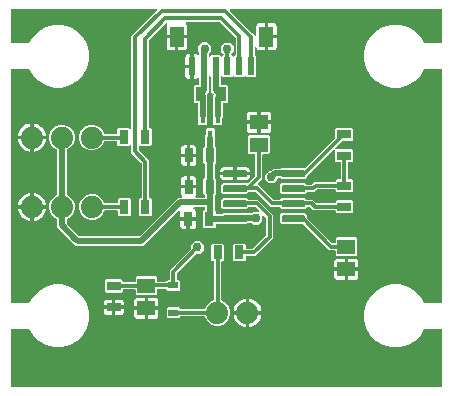
<source format=gbr>
G04 EAGLE Gerber RS-274X export*
G75*
%MOMM*%
%FSLAX34Y34*%
%LPD*%
%INTop Copper*%
%IPPOS*%
%AMOC8*
5,1,8,0,0,1.08239X$1,22.5*%
G01*
%ADD10R,1.500000X1.300000*%
%ADD11R,0.800000X1.200000*%
%ADD12R,0.830000X0.630000*%
%ADD13R,0.600000X1.550000*%
%ADD14R,1.200000X1.800000*%
%ADD15R,1.200000X0.800000*%
%ADD16R,0.457200X1.270000*%
%ADD17C,0.150000*%
%ADD18C,1.879600*%
%ADD19C,0.756400*%
%ADD20C,0.508000*%
%ADD21C,0.304800*%

G36*
X374898Y10164D02*
X374898Y10164D01*
X374917Y10162D01*
X375019Y10184D01*
X375121Y10200D01*
X375138Y10210D01*
X375158Y10214D01*
X375247Y10267D01*
X375338Y10316D01*
X375352Y10330D01*
X375369Y10340D01*
X375436Y10419D01*
X375508Y10494D01*
X375516Y10512D01*
X375529Y10527D01*
X375568Y10623D01*
X375611Y10717D01*
X375613Y10737D01*
X375621Y10755D01*
X375639Y10922D01*
X375639Y58428D01*
X375636Y58448D01*
X375638Y58467D01*
X375616Y58569D01*
X375600Y58671D01*
X375590Y58688D01*
X375586Y58708D01*
X375533Y58797D01*
X375484Y58888D01*
X375470Y58902D01*
X375460Y58919D01*
X375381Y58986D01*
X375306Y59058D01*
X375288Y59066D01*
X375273Y59079D01*
X375177Y59118D01*
X375083Y59161D01*
X375063Y59163D01*
X375045Y59171D01*
X374878Y59189D01*
X360795Y59189D01*
X360728Y59178D01*
X360660Y59177D01*
X360607Y59159D01*
X360552Y59150D01*
X360492Y59118D01*
X360428Y59095D01*
X360384Y59061D01*
X360335Y59034D01*
X360288Y58986D01*
X360235Y58944D01*
X360188Y58880D01*
X360165Y58856D01*
X360156Y58837D01*
X360135Y58809D01*
X357142Y53624D01*
X352176Y48658D01*
X346095Y45147D01*
X339311Y43329D01*
X332289Y43329D01*
X325505Y45147D01*
X319424Y48658D01*
X314458Y53624D01*
X310947Y59705D01*
X309129Y66489D01*
X309129Y73511D01*
X310947Y80295D01*
X314458Y86376D01*
X319424Y91342D01*
X325505Y94853D01*
X332289Y96671D01*
X339311Y96671D01*
X346095Y94853D01*
X352176Y91342D01*
X357142Y86376D01*
X360135Y81191D01*
X360178Y81139D01*
X360213Y81081D01*
X360256Y81044D01*
X360291Y81001D01*
X360348Y80965D01*
X360400Y80921D01*
X360452Y80900D01*
X360500Y80870D01*
X360565Y80854D01*
X360628Y80829D01*
X360707Y80820D01*
X360739Y80813D01*
X360759Y80815D01*
X360795Y80811D01*
X374878Y80811D01*
X374898Y80814D01*
X374917Y80812D01*
X375019Y80834D01*
X375121Y80850D01*
X375138Y80860D01*
X375158Y80864D01*
X375247Y80917D01*
X375338Y80966D01*
X375352Y80980D01*
X375369Y80990D01*
X375436Y81069D01*
X375508Y81144D01*
X375516Y81162D01*
X375529Y81177D01*
X375568Y81273D01*
X375611Y81367D01*
X375613Y81387D01*
X375621Y81405D01*
X375639Y81572D01*
X375639Y278428D01*
X375636Y278448D01*
X375638Y278467D01*
X375616Y278569D01*
X375600Y278671D01*
X375590Y278688D01*
X375586Y278708D01*
X375533Y278797D01*
X375484Y278888D01*
X375470Y278902D01*
X375460Y278919D01*
X375381Y278986D01*
X375306Y279058D01*
X375288Y279066D01*
X375273Y279079D01*
X375177Y279118D01*
X375083Y279161D01*
X375063Y279163D01*
X375045Y279171D01*
X374878Y279189D01*
X360795Y279189D01*
X360728Y279178D01*
X360660Y279177D01*
X360607Y279159D01*
X360552Y279150D01*
X360492Y279118D01*
X360428Y279095D01*
X360384Y279061D01*
X360335Y279034D01*
X360288Y278986D01*
X360235Y278944D01*
X360188Y278880D01*
X360165Y278856D01*
X360156Y278837D01*
X360135Y278809D01*
X357142Y273624D01*
X352176Y268658D01*
X346095Y265147D01*
X339311Y263329D01*
X332289Y263329D01*
X325505Y265147D01*
X319424Y268658D01*
X314458Y273624D01*
X310947Y279705D01*
X309129Y286489D01*
X309129Y293511D01*
X310947Y300295D01*
X314458Y306376D01*
X319424Y311342D01*
X325505Y314853D01*
X332289Y316671D01*
X339311Y316671D01*
X346095Y314853D01*
X352176Y311342D01*
X357142Y306376D01*
X360135Y301191D01*
X360178Y301139D01*
X360213Y301081D01*
X360256Y301044D01*
X360291Y301001D01*
X360348Y300965D01*
X360400Y300921D01*
X360452Y300900D01*
X360500Y300870D01*
X360565Y300854D01*
X360628Y300829D01*
X360707Y300820D01*
X360739Y300813D01*
X360759Y300815D01*
X360795Y300811D01*
X374878Y300811D01*
X374898Y300814D01*
X374917Y300812D01*
X375019Y300834D01*
X375121Y300850D01*
X375138Y300860D01*
X375158Y300864D01*
X375247Y300917D01*
X375338Y300966D01*
X375352Y300980D01*
X375369Y300990D01*
X375436Y301069D01*
X375508Y301144D01*
X375516Y301162D01*
X375529Y301177D01*
X375568Y301273D01*
X375611Y301367D01*
X375613Y301387D01*
X375621Y301405D01*
X375639Y301572D01*
X375639Y329078D01*
X375636Y329098D01*
X375638Y329117D01*
X375616Y329219D01*
X375600Y329321D01*
X375590Y329338D01*
X375586Y329358D01*
X375533Y329447D01*
X375484Y329538D01*
X375470Y329552D01*
X375460Y329569D01*
X375381Y329636D01*
X375306Y329708D01*
X375288Y329716D01*
X375273Y329729D01*
X375177Y329768D01*
X375083Y329811D01*
X375063Y329813D01*
X375045Y329821D01*
X374878Y329839D01*
X196248Y329839D01*
X196177Y329828D01*
X196106Y329826D01*
X196057Y329808D01*
X196005Y329800D01*
X195942Y329766D01*
X195875Y329741D01*
X195834Y329709D01*
X195788Y329684D01*
X195739Y329633D01*
X195683Y329588D01*
X195654Y329544D01*
X195619Y329506D01*
X195588Y329441D01*
X195550Y329381D01*
X195537Y329330D01*
X195515Y329283D01*
X195507Y329212D01*
X195490Y329142D01*
X195494Y329090D01*
X195488Y329039D01*
X195503Y328968D01*
X195509Y328897D01*
X195529Y328849D01*
X195540Y328798D01*
X195577Y328737D01*
X195605Y328671D01*
X195650Y328615D01*
X195666Y328587D01*
X195684Y328572D01*
X195710Y328540D01*
X214653Y309597D01*
X216773Y307477D01*
X216831Y307435D01*
X216883Y307386D01*
X216930Y307364D01*
X216972Y307333D01*
X217041Y307312D01*
X217106Y307282D01*
X217158Y307276D01*
X217207Y307261D01*
X217279Y307263D01*
X217350Y307255D01*
X217401Y307266D01*
X217453Y307267D01*
X217521Y307292D01*
X217591Y307307D01*
X217635Y307334D01*
X217684Y307352D01*
X217740Y307397D01*
X217802Y307433D01*
X217836Y307473D01*
X217876Y307506D01*
X217915Y307566D01*
X217962Y307620D01*
X217981Y307669D01*
X218009Y307712D01*
X218027Y307782D01*
X218054Y307849D01*
X218062Y307920D01*
X218069Y307951D01*
X218068Y307974D01*
X218072Y308015D01*
X218072Y315785D01*
X218245Y316431D01*
X218580Y317011D01*
X219053Y317484D01*
X219632Y317818D01*
X220278Y317991D01*
X225090Y317991D01*
X225090Y307213D01*
X225093Y307193D01*
X225091Y307173D01*
X225113Y307072D01*
X225129Y306970D01*
X225139Y306952D01*
X225143Y306933D01*
X225196Y306844D01*
X225244Y306753D01*
X225259Y306739D01*
X225269Y306722D01*
X225348Y306654D01*
X225423Y306583D01*
X225441Y306575D01*
X225456Y306562D01*
X225552Y306523D01*
X225646Y306480D01*
X225666Y306477D01*
X225684Y306470D01*
X225851Y306451D01*
X226614Y306451D01*
X226614Y306450D01*
X225851Y306450D01*
X225831Y306447D01*
X225811Y306449D01*
X225710Y306427D01*
X225608Y306410D01*
X225591Y306401D01*
X225571Y306396D01*
X225482Y306343D01*
X225391Y306295D01*
X225377Y306281D01*
X225360Y306270D01*
X225293Y306192D01*
X225221Y306117D01*
X225213Y306099D01*
X225200Y306083D01*
X225161Y305987D01*
X225118Y305894D01*
X225116Y305874D01*
X225108Y305855D01*
X225090Y305689D01*
X225090Y294910D01*
X220278Y294910D01*
X219632Y295083D01*
X219053Y295418D01*
X218580Y295891D01*
X218245Y296470D01*
X218158Y296795D01*
X218148Y296817D01*
X218144Y296841D01*
X218098Y296929D01*
X218057Y297019D01*
X218041Y297037D01*
X218029Y297058D01*
X217957Y297127D01*
X217890Y297200D01*
X217868Y297211D01*
X217851Y297228D01*
X217761Y297270D01*
X217673Y297317D01*
X217650Y297321D01*
X217628Y297331D01*
X217529Y297342D01*
X217431Y297359D01*
X217407Y297356D01*
X217383Y297358D01*
X217286Y297337D01*
X217188Y297322D01*
X217167Y297311D01*
X217143Y297306D01*
X217058Y297255D01*
X216969Y297210D01*
X216953Y297192D01*
X216932Y297180D01*
X216867Y297104D01*
X216798Y297033D01*
X216788Y297011D01*
X216772Y296993D01*
X216735Y296901D01*
X216692Y296811D01*
X216689Y296787D01*
X216680Y296765D01*
X216662Y296598D01*
X216662Y291237D01*
X216665Y291217D01*
X216663Y291197D01*
X216685Y291096D01*
X216701Y290994D01*
X216711Y290976D01*
X216715Y290957D01*
X216768Y290868D01*
X216816Y290776D01*
X216831Y290763D01*
X216841Y290746D01*
X216920Y290678D01*
X216995Y290607D01*
X217013Y290599D01*
X217028Y290586D01*
X217124Y290547D01*
X217215Y290505D01*
X218138Y289582D01*
X218138Y272819D01*
X217244Y271926D01*
X209981Y271926D01*
X209151Y272756D01*
X209135Y272768D01*
X209123Y272783D01*
X209035Y272839D01*
X208951Y272900D01*
X208932Y272905D01*
X208916Y272916D01*
X208815Y272942D01*
X208716Y272972D01*
X208696Y272971D01*
X208677Y272976D01*
X208574Y272968D01*
X208470Y272966D01*
X208452Y272959D01*
X208432Y272957D01*
X208337Y272917D01*
X208239Y272881D01*
X208224Y272869D01*
X208206Y272861D01*
X208075Y272756D01*
X207244Y271926D01*
X199981Y271926D01*
X199151Y272756D01*
X199135Y272768D01*
X199123Y272783D01*
X199035Y272839D01*
X198951Y272900D01*
X198932Y272905D01*
X198916Y272916D01*
X198815Y272942D01*
X198716Y272972D01*
X198696Y272971D01*
X198677Y272976D01*
X198574Y272968D01*
X198470Y272966D01*
X198452Y272959D01*
X198432Y272957D01*
X198337Y272917D01*
X198239Y272881D01*
X198224Y272869D01*
X198206Y272861D01*
X198075Y272756D01*
X197244Y271926D01*
X189981Y271926D01*
X189231Y272676D01*
X189173Y272718D01*
X189121Y272767D01*
X189074Y272789D01*
X189031Y272820D01*
X188963Y272841D01*
X188898Y272871D01*
X188846Y272877D01*
X188796Y272892D01*
X188725Y272890D01*
X188653Y272898D01*
X188603Y272887D01*
X188550Y272886D01*
X188483Y272861D01*
X188413Y272846D01*
X188368Y272819D01*
X188319Y272801D01*
X188263Y272756D01*
X188202Y272720D01*
X188168Y272680D01*
X188127Y272647D01*
X188089Y272587D01*
X188042Y272533D01*
X188023Y272484D01*
X187994Y272441D01*
X187977Y272371D01*
X187950Y272305D01*
X187942Y272233D01*
X187934Y272202D01*
X187936Y272179D01*
X187932Y272138D01*
X187932Y266173D01*
X187935Y266153D01*
X187933Y266134D01*
X187955Y266032D01*
X187971Y265930D01*
X187981Y265913D01*
X187985Y265893D01*
X188038Y265804D01*
X188086Y265713D01*
X188101Y265699D01*
X188111Y265682D01*
X188190Y265615D01*
X188265Y265544D01*
X188283Y265535D01*
X188298Y265522D01*
X188394Y265483D01*
X188488Y265440D01*
X188508Y265438D01*
X188526Y265430D01*
X188693Y265412D01*
X193293Y265412D01*
X194186Y264519D01*
X194186Y251256D01*
X193293Y250362D01*
X190297Y250362D01*
X190277Y250359D01*
X190258Y250361D01*
X190156Y250339D01*
X190054Y250323D01*
X190037Y250313D01*
X190017Y250309D01*
X189928Y250256D01*
X189837Y250208D01*
X189823Y250193D01*
X189806Y250183D01*
X189739Y250104D01*
X189668Y250029D01*
X189659Y250011D01*
X189646Y249996D01*
X189607Y249900D01*
X189564Y249806D01*
X189562Y249786D01*
X189554Y249768D01*
X189536Y249601D01*
X189536Y237605D01*
X189505Y237574D01*
X189452Y237500D01*
X189392Y237431D01*
X189380Y237401D01*
X189361Y237375D01*
X189334Y237288D01*
X189300Y237203D01*
X189296Y237162D01*
X189289Y237140D01*
X189290Y237107D01*
X189282Y237036D01*
X189282Y232308D01*
X188389Y231414D01*
X182554Y231414D01*
X181660Y232308D01*
X181660Y237036D01*
X181659Y237047D01*
X181659Y237053D01*
X181652Y237084D01*
X181646Y237126D01*
X181639Y237217D01*
X181626Y237247D01*
X181621Y237279D01*
X181578Y237360D01*
X181542Y237443D01*
X181517Y237476D01*
X181506Y237496D01*
X181482Y237518D01*
X181437Y237574D01*
X181406Y237605D01*
X181406Y256380D01*
X181740Y256714D01*
X181752Y256730D01*
X181767Y256742D01*
X181823Y256830D01*
X181884Y256914D01*
X181889Y256933D01*
X181900Y256949D01*
X181926Y257050D01*
X181956Y257149D01*
X181955Y257169D01*
X181960Y257188D01*
X181952Y257291D01*
X181950Y257395D01*
X181943Y257413D01*
X181941Y257433D01*
X181901Y257528D01*
X181865Y257626D01*
X181853Y257641D01*
X181845Y257659D01*
X181740Y257790D01*
X179802Y259728D01*
X179802Y271790D01*
X179787Y271880D01*
X179780Y271971D01*
X179768Y272001D01*
X179762Y272033D01*
X179720Y272113D01*
X179684Y272197D01*
X179658Y272229D01*
X179647Y272250D01*
X179624Y272272D01*
X179579Y272328D01*
X179151Y272756D01*
X179135Y272768D01*
X179123Y272783D01*
X179035Y272839D01*
X178951Y272900D01*
X178932Y272905D01*
X178916Y272916D01*
X178815Y272942D01*
X178716Y272972D01*
X178696Y272971D01*
X178677Y272976D01*
X178574Y272968D01*
X178470Y272966D01*
X178452Y272959D01*
X178432Y272957D01*
X178337Y272917D01*
X178239Y272881D01*
X178224Y272869D01*
X178206Y272861D01*
X178075Y272756D01*
X177901Y272582D01*
X177847Y272508D01*
X177788Y272439D01*
X177776Y272409D01*
X177757Y272382D01*
X177730Y272295D01*
X177710Y272244D01*
X177706Y272236D01*
X177706Y272234D01*
X177696Y272210D01*
X177692Y272170D01*
X177685Y272147D01*
X177686Y272115D01*
X177678Y272044D01*
X177678Y259155D01*
X176759Y258236D01*
X176706Y258162D01*
X176646Y258092D01*
X176634Y258062D01*
X176615Y258036D01*
X176588Y257949D01*
X176554Y257864D01*
X176550Y257823D01*
X176543Y257801D01*
X176544Y257769D01*
X176536Y257698D01*
X176536Y237605D01*
X176505Y237574D01*
X176452Y237500D01*
X176392Y237431D01*
X176380Y237401D01*
X176361Y237375D01*
X176334Y237288D01*
X176300Y237203D01*
X176296Y237162D01*
X176289Y237140D01*
X176290Y237107D01*
X176282Y237036D01*
X176282Y232308D01*
X175389Y231414D01*
X169554Y231414D01*
X168660Y232308D01*
X168660Y237036D01*
X168659Y237047D01*
X168659Y237053D01*
X168652Y237084D01*
X168646Y237126D01*
X168639Y237217D01*
X168626Y237247D01*
X168621Y237279D01*
X168578Y237360D01*
X168542Y237443D01*
X168517Y237476D01*
X168506Y237496D01*
X168482Y237518D01*
X168437Y237574D01*
X168406Y237605D01*
X168406Y249601D01*
X168403Y249621D01*
X168405Y249641D01*
X168383Y249742D01*
X168367Y249844D01*
X168357Y249861D01*
X168353Y249881D01*
X168300Y249970D01*
X168252Y250061D01*
X168237Y250075D01*
X168227Y250092D01*
X168148Y250159D01*
X168073Y250231D01*
X168055Y250239D01*
X168040Y250252D01*
X167944Y250291D01*
X167850Y250334D01*
X167830Y250336D01*
X167812Y250344D01*
X167645Y250362D01*
X166030Y250362D01*
X165137Y251256D01*
X165137Y264519D01*
X166030Y265412D01*
X168787Y265412D01*
X168807Y265415D01*
X168826Y265413D01*
X168928Y265435D01*
X169030Y265452D01*
X169047Y265461D01*
X169067Y265465D01*
X169156Y265518D01*
X169247Y265567D01*
X169261Y265581D01*
X169278Y265591D01*
X169345Y265670D01*
X169416Y265745D01*
X169425Y265763D01*
X169438Y265778D01*
X169477Y265874D01*
X169520Y265968D01*
X169522Y265988D01*
X169530Y266006D01*
X169548Y266173D01*
X169548Y270955D01*
X169537Y271026D01*
X169535Y271097D01*
X169517Y271146D01*
X169508Y271198D01*
X169475Y271261D01*
X169450Y271328D01*
X169418Y271369D01*
X169393Y271415D01*
X169341Y271464D01*
X169296Y271520D01*
X169253Y271549D01*
X169215Y271584D01*
X169150Y271615D01*
X169090Y271653D01*
X169039Y271666D01*
X168992Y271688D01*
X168921Y271696D01*
X168851Y271713D01*
X168799Y271709D01*
X168747Y271715D01*
X168677Y271700D01*
X168606Y271694D01*
X168558Y271674D01*
X168507Y271663D01*
X168445Y271626D01*
X168379Y271598D01*
X168324Y271553D01*
X168296Y271537D01*
X168281Y271519D01*
X168249Y271493D01*
X168173Y271418D01*
X167594Y271083D01*
X166947Y270910D01*
X165112Y270910D01*
X165112Y280462D01*
X165109Y280482D01*
X165111Y280502D01*
X165089Y280603D01*
X165072Y280705D01*
X165063Y280723D01*
X165059Y280742D01*
X165006Y280831D01*
X164957Y280923D01*
X164943Y280936D01*
X164933Y280953D01*
X164854Y281021D01*
X164779Y281092D01*
X164761Y281100D01*
X164746Y281113D01*
X164650Y281152D01*
X164556Y281196D01*
X164536Y281198D01*
X164518Y281205D01*
X164594Y281217D01*
X164611Y281227D01*
X164631Y281231D01*
X164720Y281284D01*
X164811Y281332D01*
X164825Y281347D01*
X164842Y281357D01*
X164909Y281436D01*
X164980Y281511D01*
X164989Y281529D01*
X165002Y281544D01*
X165041Y281640D01*
X165084Y281734D01*
X165086Y281754D01*
X165094Y281772D01*
X165112Y281939D01*
X165112Y291491D01*
X166947Y291491D01*
X167594Y291318D01*
X168173Y290984D01*
X168249Y290908D01*
X168307Y290866D01*
X168359Y290817D01*
X168406Y290795D01*
X168448Y290765D01*
X168517Y290743D01*
X168582Y290713D01*
X168634Y290707D01*
X168683Y290692D01*
X168755Y290694D01*
X168826Y290686D01*
X168877Y290697D01*
X168929Y290698D01*
X168997Y290723D01*
X169067Y290738D01*
X169111Y290765D01*
X169160Y290783D01*
X169216Y290828D01*
X169278Y290865D01*
X169312Y290904D01*
X169352Y290937D01*
X169391Y290997D01*
X169438Y291051D01*
X169457Y291100D01*
X169485Y291143D01*
X169503Y291213D01*
X169530Y291280D01*
X169538Y291351D01*
X169545Y291382D01*
X169544Y291405D01*
X169548Y291446D01*
X169548Y293040D01*
X169533Y293130D01*
X169526Y293221D01*
X169514Y293250D01*
X169508Y293282D01*
X169466Y293363D01*
X169430Y293447D01*
X169404Y293479D01*
X169393Y293500D01*
X169370Y293522D01*
X169325Y293578D01*
X168937Y293966D01*
X168937Y298362D01*
X172046Y301471D01*
X176442Y301471D01*
X179551Y298362D01*
X179551Y293966D01*
X177901Y292316D01*
X177847Y292242D01*
X177788Y292172D01*
X177776Y292142D01*
X177757Y292116D01*
X177730Y292029D01*
X177696Y291944D01*
X177692Y291903D01*
X177685Y291881D01*
X177686Y291849D01*
X177678Y291777D01*
X177678Y290357D01*
X177692Y290267D01*
X177699Y290176D01*
X177712Y290147D01*
X177717Y290115D01*
X177760Y290034D01*
X177796Y289950D01*
X177822Y289918D01*
X177832Y289897D01*
X177856Y289875D01*
X177901Y289819D01*
X178075Y289645D01*
X178091Y289634D01*
X178103Y289618D01*
X178190Y289562D01*
X178274Y289502D01*
X178293Y289496D01*
X178310Y289485D01*
X178411Y289460D01*
X178509Y289429D01*
X178529Y289430D01*
X178549Y289425D01*
X178652Y289433D01*
X178755Y289436D01*
X178774Y289443D01*
X178794Y289444D01*
X178889Y289485D01*
X178986Y289520D01*
X179002Y289533D01*
X179020Y289540D01*
X179151Y289645D01*
X179981Y290475D01*
X187244Y290475D01*
X188075Y289645D01*
X188091Y289634D01*
X188103Y289618D01*
X188191Y289562D01*
X188274Y289502D01*
X188293Y289496D01*
X188310Y289485D01*
X188411Y289460D01*
X188509Y289429D01*
X188529Y289430D01*
X188549Y289425D01*
X188652Y289433D01*
X188755Y289436D01*
X188774Y289443D01*
X188794Y289444D01*
X188889Y289484D01*
X188986Y289520D01*
X189002Y289533D01*
X189020Y289540D01*
X189151Y289645D01*
X190191Y290685D01*
X190203Y290701D01*
X190218Y290714D01*
X190275Y290801D01*
X190335Y290885D01*
X190341Y290904D01*
X190351Y290921D01*
X190377Y291021D01*
X190407Y291120D01*
X190407Y291140D01*
X190412Y291159D01*
X190403Y291262D01*
X190401Y291366D01*
X190394Y291385D01*
X190392Y291405D01*
X190352Y291499D01*
X190316Y291597D01*
X190304Y291613D01*
X190296Y291631D01*
X190191Y291762D01*
X188241Y293712D01*
X188241Y298108D01*
X191350Y301217D01*
X195746Y301217D01*
X198855Y298108D01*
X198855Y293712D01*
X196918Y291775D01*
X196876Y291717D01*
X196827Y291665D01*
X196805Y291617D01*
X196774Y291575D01*
X196753Y291507D01*
X196723Y291442D01*
X196717Y291390D01*
X196702Y291340D01*
X196704Y291268D01*
X196696Y291197D01*
X196707Y291146D01*
X196708Y291094D01*
X196733Y291027D01*
X196748Y290957D01*
X196775Y290912D01*
X196793Y290863D01*
X196838Y290807D01*
X196874Y290746D01*
X196914Y290712D01*
X196946Y290671D01*
X197007Y290632D01*
X197061Y290586D01*
X197109Y290566D01*
X197153Y290538D01*
X197191Y290529D01*
X198075Y289645D01*
X198091Y289634D01*
X198103Y289618D01*
X198190Y289562D01*
X198274Y289502D01*
X198293Y289496D01*
X198310Y289485D01*
X198411Y289460D01*
X198509Y289429D01*
X198529Y289430D01*
X198549Y289425D01*
X198652Y289433D01*
X198755Y289436D01*
X198774Y289443D01*
X198794Y289444D01*
X198889Y289484D01*
X198986Y289520D01*
X199002Y289533D01*
X199020Y289540D01*
X199151Y289645D01*
X199995Y290489D01*
X200039Y290498D01*
X200141Y290515D01*
X200158Y290524D01*
X200178Y290529D01*
X200267Y290582D01*
X200358Y290630D01*
X200372Y290645D01*
X200389Y290655D01*
X200456Y290734D01*
X200528Y290809D01*
X200536Y290827D01*
X200549Y290842D01*
X200588Y290938D01*
X200631Y291032D01*
X200633Y291051D01*
X200641Y291070D01*
X200659Y291237D01*
X200659Y305000D01*
X200645Y305090D01*
X200637Y305181D01*
X200625Y305211D01*
X200620Y305243D01*
X200577Y305323D01*
X200541Y305407D01*
X200515Y305439D01*
X200504Y305460D01*
X200481Y305482D01*
X200436Y305538D01*
X187428Y318546D01*
X187354Y318599D01*
X187285Y318659D01*
X187255Y318671D01*
X187228Y318690D01*
X187141Y318717D01*
X187057Y318751D01*
X187016Y318755D01*
X186993Y318762D01*
X186961Y318761D01*
X186890Y318769D01*
X158725Y318769D01*
X158654Y318758D01*
X158583Y318756D01*
X158534Y318738D01*
X158482Y318730D01*
X158419Y318696D01*
X158352Y318671D01*
X158311Y318639D01*
X158265Y318614D01*
X158216Y318562D01*
X158160Y318518D01*
X158132Y318474D01*
X158096Y318436D01*
X158065Y318371D01*
X158027Y318311D01*
X158014Y318260D01*
X157992Y318213D01*
X157984Y318142D01*
X157967Y318072D01*
X157971Y318020D01*
X157965Y317969D01*
X157980Y317898D01*
X157986Y317827D01*
X158006Y317779D01*
X158017Y317728D01*
X158054Y317667D01*
X158082Y317601D01*
X158127Y317545D01*
X158143Y317517D01*
X158161Y317502D01*
X158187Y317470D01*
X158646Y317011D01*
X158980Y316431D01*
X159154Y315785D01*
X159154Y307974D01*
X151375Y307974D01*
X151355Y307971D01*
X151336Y307973D01*
X151234Y307951D01*
X151132Y307934D01*
X151115Y307925D01*
X151095Y307921D01*
X151006Y307867D01*
X150915Y307819D01*
X150901Y307805D01*
X150884Y307794D01*
X150817Y307716D01*
X150745Y307641D01*
X150737Y307623D01*
X150724Y307607D01*
X150685Y307511D01*
X150642Y307418D01*
X150640Y307398D01*
X150632Y307379D01*
X150614Y307213D01*
X150614Y306450D01*
X150612Y306450D01*
X150612Y307213D01*
X150609Y307232D01*
X150611Y307252D01*
X150589Y307353D01*
X150572Y307455D01*
X150563Y307473D01*
X150559Y307492D01*
X150506Y307581D01*
X150457Y307673D01*
X150443Y307686D01*
X150433Y307703D01*
X150354Y307771D01*
X150279Y307842D01*
X150261Y307850D01*
X150246Y307863D01*
X150149Y307902D01*
X150056Y307946D01*
X150036Y307948D01*
X150017Y307955D01*
X149851Y307974D01*
X142072Y307974D01*
X142072Y315785D01*
X142245Y316431D01*
X142565Y316985D01*
X142573Y317007D01*
X142587Y317027D01*
X142617Y317122D01*
X142652Y317215D01*
X142653Y317239D01*
X142660Y317262D01*
X142657Y317361D01*
X142661Y317461D01*
X142654Y317484D01*
X142653Y317508D01*
X142619Y317601D01*
X142591Y317697D01*
X142577Y317716D01*
X142569Y317739D01*
X142507Y317816D01*
X142450Y317898D01*
X142430Y317912D01*
X142415Y317931D01*
X142332Y317985D01*
X142252Y318044D01*
X142229Y318051D01*
X142208Y318064D01*
X142112Y318088D01*
X142017Y318119D01*
X141993Y318118D01*
X141970Y318124D01*
X141871Y318116D01*
X141771Y318115D01*
X141749Y318107D01*
X141725Y318105D01*
X141633Y318066D01*
X141539Y318033D01*
X141520Y318018D01*
X141498Y318009D01*
X141367Y317904D01*
X127080Y303616D01*
X127027Y303542D01*
X126967Y303473D01*
X126955Y303443D01*
X126936Y303416D01*
X126909Y303329D01*
X126875Y303245D01*
X126871Y303204D01*
X126864Y303181D01*
X126865Y303149D01*
X126857Y303078D01*
X126857Y229520D01*
X126860Y229500D01*
X126858Y229481D01*
X126880Y229379D01*
X126896Y229277D01*
X126906Y229260D01*
X126910Y229240D01*
X126963Y229151D01*
X127012Y229060D01*
X127026Y229046D01*
X127036Y229029D01*
X127115Y228962D01*
X127190Y228890D01*
X127208Y228882D01*
X127223Y228869D01*
X127319Y228830D01*
X127413Y228787D01*
X127433Y228785D01*
X127451Y228777D01*
X127618Y228759D01*
X128440Y228759D01*
X129333Y227866D01*
X129333Y214602D01*
X128440Y213709D01*
X119126Y213709D01*
X119106Y213706D01*
X119087Y213708D01*
X118985Y213686D01*
X118883Y213670D01*
X118866Y213660D01*
X118846Y213656D01*
X118757Y213603D01*
X118666Y213554D01*
X118652Y213540D01*
X118635Y213530D01*
X118568Y213451D01*
X118496Y213376D01*
X118488Y213358D01*
X118475Y213343D01*
X118436Y213247D01*
X118393Y213153D01*
X118391Y213133D01*
X118383Y213115D01*
X118365Y212948D01*
X118365Y210874D01*
X118379Y210784D01*
X118387Y210693D01*
X118399Y210663D01*
X118404Y210631D01*
X118447Y210551D01*
X118483Y210467D01*
X118509Y210435D01*
X118520Y210414D01*
X118543Y210392D01*
X118588Y210336D01*
X127111Y201813D01*
X127111Y170592D01*
X127114Y170572D01*
X127112Y170553D01*
X127134Y170451D01*
X127150Y170349D01*
X127160Y170332D01*
X127164Y170312D01*
X127217Y170223D01*
X127266Y170132D01*
X127280Y170118D01*
X127290Y170101D01*
X127369Y170034D01*
X127444Y169962D01*
X127462Y169954D01*
X127477Y169941D01*
X127573Y169902D01*
X127667Y169859D01*
X127687Y169857D01*
X127705Y169849D01*
X127872Y169831D01*
X128694Y169831D01*
X129587Y168938D01*
X129587Y155674D01*
X128694Y154781D01*
X119430Y154781D01*
X118537Y155674D01*
X118537Y168938D01*
X119430Y169831D01*
X120252Y169831D01*
X120272Y169834D01*
X120291Y169832D01*
X120393Y169854D01*
X120495Y169870D01*
X120512Y169880D01*
X120532Y169884D01*
X120621Y169937D01*
X120712Y169986D01*
X120726Y170000D01*
X120743Y170010D01*
X120810Y170089D01*
X120882Y170164D01*
X120890Y170182D01*
X120903Y170197D01*
X120942Y170293D01*
X120985Y170387D01*
X120987Y170407D01*
X120995Y170425D01*
X121013Y170592D01*
X121013Y198972D01*
X121011Y198983D01*
X121012Y198990D01*
X121004Y199027D01*
X120999Y199062D01*
X120991Y199153D01*
X120979Y199183D01*
X120974Y199215D01*
X120931Y199295D01*
X120895Y199379D01*
X120869Y199411D01*
X120858Y199432D01*
X120835Y199454D01*
X120790Y199510D01*
X112267Y208033D01*
X112267Y213699D01*
X112256Y213770D01*
X112254Y213842D01*
X112236Y213891D01*
X112228Y213942D01*
X112194Y214005D01*
X112169Y214073D01*
X112137Y214113D01*
X112112Y214159D01*
X112060Y214209D01*
X112016Y214265D01*
X111972Y214293D01*
X111934Y214329D01*
X111869Y214359D01*
X111809Y214398D01*
X111758Y214410D01*
X111711Y214432D01*
X111640Y214440D01*
X111570Y214458D01*
X111518Y214454D01*
X111467Y214459D01*
X111396Y214444D01*
X111325Y214439D01*
X111277Y214418D01*
X111226Y214407D01*
X111165Y214370D01*
X111099Y214342D01*
X111043Y214297D01*
X111015Y214281D01*
X111000Y214263D01*
X110968Y214237D01*
X110440Y213709D01*
X101176Y213709D01*
X100283Y214602D01*
X100283Y217170D01*
X100280Y217190D01*
X100282Y217209D01*
X100260Y217311D01*
X100244Y217413D01*
X100234Y217430D01*
X100230Y217450D01*
X100177Y217539D01*
X100128Y217630D01*
X100114Y217644D01*
X100104Y217661D01*
X100025Y217728D01*
X99950Y217800D01*
X99932Y217808D01*
X99917Y217821D01*
X99821Y217860D01*
X99727Y217903D01*
X99707Y217905D01*
X99689Y217913D01*
X99522Y217931D01*
X89809Y217931D01*
X89694Y217912D01*
X89578Y217895D01*
X89572Y217893D01*
X89566Y217892D01*
X89463Y217837D01*
X89358Y217784D01*
X89354Y217779D01*
X89348Y217776D01*
X89269Y217692D01*
X89186Y217608D01*
X89182Y217602D01*
X89179Y217598D01*
X89171Y217581D01*
X89105Y217461D01*
X88000Y214793D01*
X84927Y211720D01*
X80913Y210057D01*
X76567Y210057D01*
X72553Y211720D01*
X69480Y214793D01*
X67817Y218807D01*
X67817Y223153D01*
X69480Y227167D01*
X72553Y230240D01*
X76567Y231903D01*
X80913Y231903D01*
X84927Y230240D01*
X88000Y227167D01*
X89105Y224499D01*
X89167Y224399D01*
X89227Y224299D01*
X89232Y224295D01*
X89235Y224290D01*
X89324Y224215D01*
X89414Y224139D01*
X89420Y224137D01*
X89424Y224133D01*
X89532Y224091D01*
X89642Y224047D01*
X89649Y224046D01*
X89654Y224045D01*
X89672Y224044D01*
X89809Y224029D01*
X99522Y224029D01*
X99542Y224032D01*
X99561Y224030D01*
X99663Y224052D01*
X99765Y224068D01*
X99782Y224078D01*
X99802Y224082D01*
X99891Y224135D01*
X99982Y224184D01*
X99996Y224198D01*
X100013Y224208D01*
X100080Y224287D01*
X100152Y224362D01*
X100160Y224380D01*
X100173Y224395D01*
X100212Y224491D01*
X100255Y224585D01*
X100257Y224605D01*
X100265Y224623D01*
X100283Y224790D01*
X100283Y227866D01*
X101176Y228759D01*
X110440Y228759D01*
X110968Y228231D01*
X111026Y228189D01*
X111078Y228139D01*
X111125Y228117D01*
X111167Y228087D01*
X111236Y228066D01*
X111301Y228036D01*
X111353Y228030D01*
X111403Y228015D01*
X111474Y228017D01*
X111545Y228009D01*
X111596Y228020D01*
X111648Y228021D01*
X111716Y228046D01*
X111786Y228061D01*
X111831Y228088D01*
X111879Y228105D01*
X111935Y228150D01*
X111997Y228187D01*
X112031Y228227D01*
X112071Y228259D01*
X112110Y228319D01*
X112157Y228374D01*
X112176Y228422D01*
X112204Y228466D01*
X112222Y228536D01*
X112249Y228602D01*
X112257Y228673D01*
X112265Y228705D01*
X112263Y228728D01*
X112267Y228769D01*
X112267Y306973D01*
X133834Y328540D01*
X133876Y328598D01*
X133925Y328650D01*
X133947Y328697D01*
X133978Y328739D01*
X133999Y328808D01*
X134029Y328873D01*
X134035Y328925D01*
X134050Y328975D01*
X134048Y329046D01*
X134056Y329117D01*
X134045Y329168D01*
X134044Y329220D01*
X134019Y329288D01*
X134004Y329358D01*
X133977Y329403D01*
X133959Y329451D01*
X133914Y329507D01*
X133878Y329569D01*
X133838Y329603D01*
X133806Y329643D01*
X133745Y329682D01*
X133691Y329729D01*
X133642Y329748D01*
X133599Y329776D01*
X133529Y329794D01*
X133463Y329821D01*
X133391Y329829D01*
X133360Y329837D01*
X133337Y329835D01*
X133296Y329839D01*
X10922Y329839D01*
X10902Y329836D01*
X10883Y329838D01*
X10781Y329816D01*
X10679Y329800D01*
X10662Y329790D01*
X10642Y329786D01*
X10553Y329733D01*
X10462Y329684D01*
X10448Y329670D01*
X10431Y329660D01*
X10364Y329581D01*
X10292Y329506D01*
X10284Y329488D01*
X10271Y329473D01*
X10232Y329377D01*
X10189Y329283D01*
X10187Y329263D01*
X10179Y329245D01*
X10161Y329078D01*
X10161Y301572D01*
X10164Y301552D01*
X10162Y301533D01*
X10184Y301431D01*
X10200Y301329D01*
X10210Y301312D01*
X10214Y301292D01*
X10267Y301203D01*
X10316Y301112D01*
X10330Y301098D01*
X10340Y301081D01*
X10419Y301014D01*
X10494Y300942D01*
X10512Y300934D01*
X10527Y300921D01*
X10623Y300882D01*
X10717Y300839D01*
X10737Y300837D01*
X10755Y300829D01*
X10922Y300811D01*
X25005Y300811D01*
X25072Y300822D01*
X25140Y300823D01*
X25193Y300841D01*
X25248Y300850D01*
X25308Y300882D01*
X25372Y300905D01*
X25416Y300939D01*
X25465Y300966D01*
X25512Y301014D01*
X25565Y301056D01*
X25612Y301120D01*
X25635Y301144D01*
X25644Y301163D01*
X25665Y301191D01*
X28658Y306376D01*
X33624Y311342D01*
X39705Y314853D01*
X46489Y316671D01*
X53511Y316671D01*
X60295Y314853D01*
X66376Y311342D01*
X71342Y306376D01*
X74853Y300295D01*
X76671Y293511D01*
X76671Y286489D01*
X74853Y279705D01*
X71342Y273624D01*
X66376Y268658D01*
X60295Y265147D01*
X53511Y263329D01*
X46489Y263329D01*
X39705Y265147D01*
X33624Y268658D01*
X28658Y273624D01*
X25665Y278809D01*
X25622Y278861D01*
X25587Y278919D01*
X25544Y278956D01*
X25509Y278999D01*
X25452Y279035D01*
X25400Y279079D01*
X25348Y279100D01*
X25300Y279130D01*
X25235Y279146D01*
X25172Y279171D01*
X25093Y279180D01*
X25061Y279187D01*
X25041Y279185D01*
X25005Y279189D01*
X10922Y279189D01*
X10902Y279186D01*
X10883Y279188D01*
X10781Y279166D01*
X10679Y279150D01*
X10662Y279140D01*
X10642Y279136D01*
X10553Y279083D01*
X10462Y279034D01*
X10448Y279020D01*
X10431Y279010D01*
X10364Y278931D01*
X10292Y278856D01*
X10284Y278838D01*
X10271Y278823D01*
X10232Y278727D01*
X10189Y278633D01*
X10187Y278613D01*
X10179Y278595D01*
X10161Y278428D01*
X10161Y81572D01*
X10164Y81552D01*
X10162Y81533D01*
X10184Y81431D01*
X10200Y81329D01*
X10210Y81312D01*
X10214Y81292D01*
X10267Y81203D01*
X10316Y81112D01*
X10330Y81098D01*
X10340Y81081D01*
X10419Y81014D01*
X10494Y80942D01*
X10512Y80934D01*
X10527Y80921D01*
X10623Y80882D01*
X10717Y80839D01*
X10737Y80837D01*
X10755Y80829D01*
X10922Y80811D01*
X25005Y80811D01*
X25072Y80822D01*
X25140Y80823D01*
X25193Y80841D01*
X25248Y80850D01*
X25308Y80882D01*
X25372Y80905D01*
X25416Y80939D01*
X25465Y80966D01*
X25512Y81014D01*
X25565Y81056D01*
X25612Y81120D01*
X25635Y81144D01*
X25644Y81163D01*
X25665Y81191D01*
X28658Y86376D01*
X33624Y91342D01*
X39705Y94853D01*
X46489Y96671D01*
X53511Y96671D01*
X60295Y94853D01*
X66376Y91342D01*
X71342Y86376D01*
X74853Y80295D01*
X76671Y73511D01*
X76671Y66489D01*
X74853Y59705D01*
X71342Y53624D01*
X66376Y48658D01*
X60295Y45147D01*
X53511Y43329D01*
X46489Y43329D01*
X39705Y45147D01*
X33624Y48658D01*
X28658Y53624D01*
X25665Y58809D01*
X25622Y58861D01*
X25587Y58919D01*
X25544Y58956D01*
X25509Y58999D01*
X25452Y59035D01*
X25400Y59079D01*
X25348Y59100D01*
X25300Y59130D01*
X25235Y59146D01*
X25172Y59171D01*
X25093Y59180D01*
X25061Y59187D01*
X25041Y59185D01*
X25005Y59189D01*
X10922Y59189D01*
X10902Y59186D01*
X10883Y59188D01*
X10781Y59166D01*
X10679Y59150D01*
X10662Y59140D01*
X10642Y59136D01*
X10553Y59083D01*
X10462Y59034D01*
X10448Y59020D01*
X10431Y59010D01*
X10364Y58931D01*
X10292Y58856D01*
X10284Y58838D01*
X10271Y58823D01*
X10232Y58727D01*
X10189Y58633D01*
X10187Y58613D01*
X10179Y58595D01*
X10161Y58428D01*
X10161Y10922D01*
X10164Y10902D01*
X10162Y10883D01*
X10184Y10781D01*
X10200Y10679D01*
X10210Y10662D01*
X10214Y10642D01*
X10267Y10553D01*
X10316Y10462D01*
X10330Y10448D01*
X10340Y10431D01*
X10419Y10364D01*
X10494Y10292D01*
X10512Y10284D01*
X10527Y10271D01*
X10623Y10232D01*
X10717Y10189D01*
X10737Y10187D01*
X10755Y10179D01*
X10922Y10161D01*
X374878Y10161D01*
X374898Y10164D01*
G37*
%LPC*%
G36*
X198843Y116150D02*
X198843Y116150D01*
X197950Y117043D01*
X197950Y130306D01*
X198843Y131199D01*
X208106Y131199D01*
X208999Y130306D01*
X208999Y127484D01*
X209003Y127465D01*
X209000Y127445D01*
X209022Y127344D01*
X209039Y127242D01*
X209048Y127224D01*
X209053Y127205D01*
X209106Y127116D01*
X209154Y127024D01*
X209169Y127011D01*
X209179Y126994D01*
X209258Y126926D01*
X209333Y126855D01*
X209351Y126847D01*
X209366Y126834D01*
X209462Y126795D01*
X209556Y126751D01*
X209575Y126749D01*
X209594Y126742D01*
X209761Y126723D01*
X214343Y126723D01*
X214433Y126738D01*
X214524Y126745D01*
X214553Y126758D01*
X214585Y126763D01*
X214666Y126806D01*
X214750Y126841D01*
X214782Y126867D01*
X214803Y126878D01*
X214825Y126901D01*
X214881Y126946D01*
X226090Y138156D01*
X226143Y138230D01*
X226203Y138299D01*
X226215Y138329D01*
X226234Y138355D01*
X226261Y138442D01*
X226295Y138527D01*
X226299Y138568D01*
X226306Y138590D01*
X226305Y138623D01*
X226313Y138694D01*
X226313Y152600D01*
X226299Y152690D01*
X226291Y152781D01*
X226279Y152811D01*
X226274Y152843D01*
X226231Y152923D01*
X226195Y153007D01*
X226169Y153039D01*
X226158Y153060D01*
X226135Y153082D01*
X226090Y153138D01*
X224030Y155198D01*
X223972Y155240D01*
X223920Y155289D01*
X223873Y155311D01*
X223831Y155342D01*
X223762Y155363D01*
X223697Y155393D01*
X223645Y155399D01*
X223595Y155414D01*
X223524Y155412D01*
X223453Y155420D01*
X223402Y155409D01*
X223350Y155408D01*
X223282Y155383D01*
X223212Y155368D01*
X223167Y155341D01*
X223119Y155323D01*
X223063Y155278D01*
X223001Y155242D01*
X222967Y155202D01*
X222927Y155170D01*
X222888Y155109D01*
X222841Y155055D01*
X222822Y155006D01*
X222794Y154963D01*
X222776Y154893D01*
X222749Y154827D01*
X222741Y154755D01*
X222733Y154724D01*
X222735Y154701D01*
X222731Y154660D01*
X222731Y150456D01*
X219622Y147347D01*
X215226Y147347D01*
X214207Y148366D01*
X214133Y148419D01*
X214063Y148479D01*
X214033Y148491D01*
X214007Y148510D01*
X213920Y148537D01*
X213835Y148571D01*
X213794Y148575D01*
X213772Y148582D01*
X213740Y148581D01*
X213669Y148589D01*
X210940Y148589D01*
X210850Y148575D01*
X210759Y148567D01*
X210730Y148555D01*
X210698Y148550D01*
X210617Y148507D01*
X210533Y148471D01*
X210501Y148445D01*
X210480Y148434D01*
X210458Y148411D01*
X210402Y148366D01*
X209969Y147933D01*
X189880Y147933D01*
X189821Y147975D01*
X189751Y148035D01*
X189721Y148047D01*
X189695Y148066D01*
X189608Y148093D01*
X189523Y148127D01*
X189482Y148131D01*
X189460Y148138D01*
X189428Y148137D01*
X189356Y148145D01*
X184538Y148145D01*
X184518Y148142D01*
X184498Y148144D01*
X184397Y148122D01*
X184295Y148105D01*
X184277Y148096D01*
X184258Y148092D01*
X184169Y148039D01*
X184077Y147990D01*
X184064Y147976D01*
X184047Y147966D01*
X183979Y147887D01*
X183908Y147812D01*
X183900Y147794D01*
X183887Y147779D01*
X183848Y147683D01*
X183804Y147589D01*
X183802Y147569D01*
X183795Y147551D01*
X183776Y147384D01*
X183776Y145578D01*
X182883Y144685D01*
X173620Y144685D01*
X172727Y145578D01*
X172727Y158841D01*
X173620Y159735D01*
X173947Y159735D01*
X173967Y159738D01*
X173986Y159736D01*
X174088Y159758D01*
X174190Y159774D01*
X174207Y159784D01*
X174227Y159788D01*
X174316Y159841D01*
X174407Y159889D01*
X174421Y159904D01*
X174438Y159914D01*
X174505Y159993D01*
X174576Y160068D01*
X174585Y160086D01*
X174598Y160101D01*
X174637Y160197D01*
X174680Y160291D01*
X174682Y160311D01*
X174690Y160329D01*
X174708Y160496D01*
X174708Y161290D01*
X174705Y161310D01*
X174707Y161329D01*
X174685Y161431D01*
X174668Y161533D01*
X174659Y161550D01*
X174655Y161570D01*
X174602Y161659D01*
X174553Y161750D01*
X174539Y161764D01*
X174529Y161781D01*
X174450Y161848D01*
X174375Y161920D01*
X174357Y161928D01*
X174342Y161941D01*
X174246Y161980D01*
X174152Y162023D01*
X174132Y162025D01*
X174114Y162033D01*
X173947Y162051D01*
X165514Y162051D01*
X165489Y162047D01*
X165464Y162050D01*
X165431Y162042D01*
X165428Y162041D01*
X165368Y162027D01*
X165271Y162012D01*
X165249Y162000D01*
X165225Y161994D01*
X165141Y161942D01*
X165054Y161896D01*
X165037Y161878D01*
X165015Y161865D01*
X164952Y161789D01*
X164884Y161718D01*
X164874Y161695D01*
X164858Y161676D01*
X164822Y161584D01*
X164781Y161495D01*
X164778Y161470D01*
X164769Y161447D01*
X164765Y161348D01*
X164754Y161251D01*
X164759Y161226D01*
X164758Y161201D01*
X164785Y161106D01*
X164806Y161010D01*
X164819Y160989D01*
X164826Y160965D01*
X164882Y160884D01*
X164932Y160799D01*
X164951Y160783D01*
X164965Y160762D01*
X165007Y160731D01*
X165010Y160727D01*
X165055Y160694D01*
X165119Y160639D01*
X165142Y160630D01*
X165162Y160615D01*
X165178Y160609D01*
X165812Y160243D01*
X166285Y159770D01*
X166619Y159191D01*
X166792Y158544D01*
X166792Y153733D01*
X161014Y153733D01*
X160994Y153730D01*
X160974Y153732D01*
X160873Y153710D01*
X160771Y153693D01*
X160753Y153684D01*
X160734Y153680D01*
X160645Y153627D01*
X160554Y153578D01*
X160540Y153564D01*
X160523Y153554D01*
X160455Y153475D01*
X160384Y153400D01*
X160376Y153382D01*
X160363Y153367D01*
X160324Y153270D01*
X160281Y153177D01*
X160278Y153157D01*
X160271Y153138D01*
X160252Y152972D01*
X160252Y152209D01*
X160251Y152209D01*
X160251Y152972D01*
X160247Y152991D01*
X160250Y153011D01*
X160228Y153112D01*
X160211Y153215D01*
X160202Y153232D01*
X160197Y153252D01*
X160144Y153341D01*
X160096Y153432D01*
X160081Y153446D01*
X160071Y153463D01*
X159992Y153530D01*
X159917Y153601D01*
X159899Y153610D01*
X159884Y153623D01*
X159788Y153661D01*
X159694Y153705D01*
X159675Y153707D01*
X159656Y153715D01*
X159489Y153733D01*
X153711Y153733D01*
X153711Y158544D01*
X153751Y158693D01*
X153756Y158741D01*
X153770Y158787D01*
X153768Y158863D01*
X153775Y158938D01*
X153765Y158985D01*
X153763Y159033D01*
X153737Y159104D01*
X153720Y159178D01*
X153695Y159219D01*
X153679Y159264D01*
X153631Y159323D01*
X153592Y159388D01*
X153555Y159419D01*
X153525Y159456D01*
X153461Y159497D01*
X153403Y159546D01*
X153359Y159563D01*
X153318Y159589D01*
X153245Y159608D01*
X153174Y159635D01*
X153126Y159637D01*
X153080Y159649D01*
X153004Y159643D01*
X152928Y159647D01*
X152882Y159634D01*
X152834Y159630D01*
X152765Y159600D01*
X152692Y159580D01*
X152652Y159552D01*
X152608Y159534D01*
X152508Y159453D01*
X152489Y159440D01*
X152485Y159435D01*
X152477Y159429D01*
X124938Y131889D01*
X122334Y129285D01*
X65118Y129285D01*
X63309Y131094D01*
X49275Y145128D01*
X49275Y148496D01*
X49306Y148527D01*
X49359Y148601D01*
X49419Y148670D01*
X49431Y148700D01*
X49450Y148727D01*
X49477Y148813D01*
X49511Y148898D01*
X49515Y148939D01*
X49522Y148962D01*
X49521Y148994D01*
X49529Y149065D01*
X49529Y151658D01*
X49510Y151773D01*
X49493Y151889D01*
X49491Y151895D01*
X49490Y151901D01*
X49436Y152003D01*
X49382Y152109D01*
X49377Y152113D01*
X49374Y152118D01*
X49290Y152198D01*
X49206Y152281D01*
X49200Y152284D01*
X49196Y152288D01*
X49179Y152296D01*
X49059Y152362D01*
X47407Y153046D01*
X44334Y156119D01*
X42671Y160133D01*
X42671Y164479D01*
X44334Y168493D01*
X47407Y171566D01*
X49059Y172250D01*
X49159Y172312D01*
X49259Y172372D01*
X49263Y172377D01*
X49268Y172380D01*
X49343Y172471D01*
X49419Y172559D01*
X49421Y172565D01*
X49425Y172569D01*
X49467Y172678D01*
X49511Y172787D01*
X49512Y172794D01*
X49513Y172799D01*
X49514Y172817D01*
X49529Y172954D01*
X49529Y210227D01*
X49510Y210342D01*
X49493Y210458D01*
X49491Y210464D01*
X49490Y210470D01*
X49435Y210573D01*
X49382Y210677D01*
X49377Y210682D01*
X49374Y210687D01*
X49290Y210767D01*
X49206Y210850D01*
X49200Y210853D01*
X49196Y210857D01*
X49179Y210864D01*
X49059Y210930D01*
X47153Y211720D01*
X44080Y214793D01*
X42417Y218807D01*
X42417Y223153D01*
X44080Y227167D01*
X47153Y230240D01*
X51167Y231903D01*
X55513Y231903D01*
X59527Y230240D01*
X62600Y227167D01*
X64263Y223153D01*
X64263Y218807D01*
X62600Y214793D01*
X59527Y211720D01*
X58129Y211141D01*
X58029Y211079D01*
X57929Y211019D01*
X57925Y211015D01*
X57920Y211011D01*
X57845Y210921D01*
X57769Y210832D01*
X57767Y210827D01*
X57763Y210822D01*
X57721Y210713D01*
X57677Y210604D01*
X57676Y210597D01*
X57675Y210592D01*
X57674Y210574D01*
X57659Y210438D01*
X57659Y172954D01*
X57678Y172839D01*
X57695Y172723D01*
X57697Y172717D01*
X57698Y172711D01*
X57753Y172608D01*
X57806Y172503D01*
X57811Y172499D01*
X57814Y172494D01*
X57898Y172414D01*
X57982Y172331D01*
X57988Y172328D01*
X57992Y172324D01*
X58009Y172316D01*
X58129Y172250D01*
X59781Y171566D01*
X62854Y168493D01*
X64517Y164479D01*
X64517Y160133D01*
X62854Y156119D01*
X59781Y153046D01*
X58129Y152362D01*
X58029Y152300D01*
X57929Y152240D01*
X57925Y152235D01*
X57920Y152232D01*
X57845Y152141D01*
X57769Y152053D01*
X57767Y152047D01*
X57763Y152043D01*
X57721Y151934D01*
X57677Y151825D01*
X57676Y151818D01*
X57675Y151813D01*
X57674Y151795D01*
X57659Y151658D01*
X57659Y148557D01*
X57673Y148467D01*
X57681Y148376D01*
X57693Y148346D01*
X57698Y148314D01*
X57741Y148234D01*
X57777Y148150D01*
X57803Y148118D01*
X57814Y148097D01*
X57837Y148075D01*
X57882Y148019D01*
X68263Y137638D01*
X68337Y137585D01*
X68406Y137525D01*
X68436Y137513D01*
X68462Y137494D01*
X68549Y137467D01*
X68634Y137433D01*
X68675Y137429D01*
X68698Y137422D01*
X68730Y137423D01*
X68801Y137415D01*
X118651Y137415D01*
X118741Y137429D01*
X118832Y137437D01*
X118862Y137449D01*
X118894Y137454D01*
X118974Y137497D01*
X119058Y137533D01*
X119090Y137559D01*
X119111Y137570D01*
X119133Y137593D01*
X119189Y137638D01*
X151732Y170181D01*
X154653Y170181D01*
X154723Y170192D01*
X154795Y170194D01*
X154844Y170212D01*
X154895Y170220D01*
X154959Y170254D01*
X155026Y170279D01*
X155067Y170311D01*
X155113Y170336D01*
X155162Y170388D01*
X155218Y170432D01*
X155246Y170476D01*
X155282Y170514D01*
X155312Y170579D01*
X155351Y170639D01*
X155364Y170690D01*
X155386Y170737D01*
X155394Y170808D01*
X155411Y170878D01*
X155407Y170930D01*
X155413Y170981D01*
X155398Y171052D01*
X155392Y171123D01*
X155372Y171171D01*
X155361Y171222D01*
X155324Y171283D01*
X155296Y171349D01*
X155251Y171405D01*
X155234Y171433D01*
X155217Y171448D01*
X155191Y171480D01*
X154740Y171931D01*
X154405Y172511D01*
X154232Y173157D01*
X154232Y177968D01*
X160011Y177968D01*
X160031Y177971D01*
X160050Y177969D01*
X160152Y177991D01*
X160254Y178008D01*
X160271Y178017D01*
X160291Y178022D01*
X160380Y178075D01*
X160471Y178123D01*
X160485Y178137D01*
X160502Y178148D01*
X160569Y178226D01*
X160640Y178301D01*
X160649Y178319D01*
X160662Y178335D01*
X160700Y178431D01*
X160744Y178524D01*
X160746Y178544D01*
X160754Y178563D01*
X160772Y178729D01*
X160772Y179492D01*
X160774Y179492D01*
X160774Y178729D01*
X160777Y178710D01*
X160775Y178690D01*
X160797Y178589D01*
X160814Y178487D01*
X160823Y178469D01*
X160827Y178450D01*
X160880Y178361D01*
X160929Y178269D01*
X160943Y178256D01*
X160953Y178239D01*
X161032Y178171D01*
X161107Y178100D01*
X161125Y178092D01*
X161140Y178079D01*
X161236Y178040D01*
X161330Y177996D01*
X161350Y177994D01*
X161368Y177987D01*
X161535Y177968D01*
X167314Y177968D01*
X167314Y173157D01*
X167141Y172511D01*
X166806Y171931D01*
X166355Y171480D01*
X166313Y171422D01*
X166264Y171370D01*
X166242Y171323D01*
X166211Y171281D01*
X166190Y171212D01*
X166160Y171147D01*
X166154Y171095D01*
X166139Y171045D01*
X166141Y170974D01*
X166133Y170903D01*
X166144Y170852D01*
X166145Y170800D01*
X166170Y170732D01*
X166185Y170662D01*
X166212Y170617D01*
X166230Y170569D01*
X166275Y170513D01*
X166311Y170451D01*
X166351Y170417D01*
X166383Y170377D01*
X166444Y170338D01*
X166498Y170291D01*
X166547Y170272D01*
X166590Y170244D01*
X166660Y170226D01*
X166726Y170199D01*
X166798Y170191D01*
X166829Y170183D01*
X166852Y170185D01*
X166893Y170181D01*
X173947Y170181D01*
X173967Y170184D01*
X173986Y170182D01*
X174088Y170204D01*
X174190Y170220D01*
X174207Y170230D01*
X174227Y170234D01*
X174316Y170287D01*
X174407Y170336D01*
X174421Y170350D01*
X174438Y170360D01*
X174505Y170439D01*
X174576Y170514D01*
X174585Y170532D01*
X174598Y170547D01*
X174637Y170643D01*
X174680Y170737D01*
X174682Y170757D01*
X174690Y170775D01*
X174708Y170942D01*
X174708Y171205D01*
X174705Y171225D01*
X174707Y171245D01*
X174685Y171346D01*
X174668Y171448D01*
X174659Y171466D01*
X174655Y171485D01*
X174602Y171574D01*
X174553Y171666D01*
X174539Y171679D01*
X174529Y171696D01*
X174450Y171764D01*
X174375Y171835D01*
X174357Y171843D01*
X174342Y171856D01*
X174246Y171895D01*
X174185Y171923D01*
X173248Y172860D01*
X173248Y186123D01*
X174179Y187054D01*
X174190Y187056D01*
X174207Y187065D01*
X174227Y187069D01*
X174316Y187123D01*
X174407Y187171D01*
X174421Y187185D01*
X174438Y187196D01*
X174505Y187274D01*
X174576Y187349D01*
X174585Y187367D01*
X174598Y187383D01*
X174637Y187479D01*
X174680Y187572D01*
X174682Y187592D01*
X174690Y187611D01*
X174708Y187777D01*
X174708Y197536D01*
X174705Y197556D01*
X174707Y197575D01*
X174685Y197677D01*
X174668Y197779D01*
X174659Y197796D01*
X174655Y197816D01*
X174602Y197905D01*
X174553Y197996D01*
X174539Y198010D01*
X174529Y198027D01*
X174450Y198094D01*
X174375Y198166D01*
X174357Y198174D01*
X174342Y198187D01*
X174246Y198226D01*
X174167Y198262D01*
X173239Y199190D01*
X173239Y212454D01*
X174132Y213347D01*
X174145Y213347D01*
X174165Y213350D01*
X174185Y213348D01*
X174286Y213370D01*
X174388Y213386D01*
X174405Y213396D01*
X174425Y213400D01*
X174514Y213453D01*
X174605Y213502D01*
X174619Y213516D01*
X174636Y213526D01*
X174703Y213605D01*
X174775Y213680D01*
X174783Y213698D01*
X174796Y213713D01*
X174835Y213809D01*
X174878Y213903D01*
X174880Y213923D01*
X174888Y213941D01*
X174906Y214108D01*
X174906Y222685D01*
X174937Y222716D01*
X174991Y222790D01*
X175050Y222859D01*
X175062Y222889D01*
X175081Y222916D01*
X175108Y223002D01*
X175142Y223087D01*
X175146Y223128D01*
X175153Y223151D01*
X175152Y223183D01*
X175160Y223254D01*
X175160Y227983D01*
X176054Y228876D01*
X181889Y228876D01*
X182782Y227983D01*
X182782Y223254D01*
X182797Y223164D01*
X182804Y223073D01*
X182816Y223043D01*
X182822Y223011D01*
X182864Y222931D01*
X182900Y222847D01*
X182926Y222815D01*
X182937Y222794D01*
X182960Y222772D01*
X183005Y222716D01*
X183036Y222685D01*
X183036Y214021D01*
X183051Y213931D01*
X183058Y213840D01*
X183070Y213811D01*
X183076Y213779D01*
X183118Y213698D01*
X183154Y213614D01*
X183180Y213582D01*
X183191Y213561D01*
X183214Y213539D01*
X183259Y213483D01*
X184288Y212454D01*
X184288Y199190D01*
X183355Y198257D01*
X183339Y198248D01*
X183319Y198244D01*
X183230Y198191D01*
X183139Y198142D01*
X183125Y198128D01*
X183108Y198118D01*
X183041Y198039D01*
X182969Y197964D01*
X182961Y197946D01*
X182948Y197931D01*
X182909Y197835D01*
X182866Y197741D01*
X182864Y197721D01*
X182856Y197703D01*
X182838Y197536D01*
X182838Y187777D01*
X182841Y187758D01*
X182839Y187738D01*
X182861Y187637D01*
X182877Y187535D01*
X182887Y187517D01*
X182891Y187498D01*
X182944Y187409D01*
X182992Y187317D01*
X183007Y187304D01*
X183017Y187286D01*
X183096Y187219D01*
X183171Y187148D01*
X183189Y187140D01*
X183204Y187127D01*
X183300Y187088D01*
X183361Y187060D01*
X184298Y186123D01*
X184298Y172860D01*
X183366Y171929D01*
X183356Y171927D01*
X183339Y171918D01*
X183319Y171913D01*
X183230Y171860D01*
X183139Y171812D01*
X183125Y171797D01*
X183108Y171787D01*
X183041Y171709D01*
X182969Y171634D01*
X182961Y171615D01*
X182948Y171600D01*
X182909Y171504D01*
X182866Y171410D01*
X182864Y171391D01*
X182856Y171372D01*
X182838Y171205D01*
X182838Y160095D01*
X182839Y160088D01*
X182840Y160083D01*
X182852Y160005D01*
X182860Y159914D01*
X182872Y159885D01*
X182877Y159853D01*
X182920Y159772D01*
X182956Y159688D01*
X182982Y159656D01*
X182992Y159635D01*
X183016Y159613D01*
X183061Y159557D01*
X183776Y158841D01*
X183776Y157036D01*
X183779Y157016D01*
X183777Y156996D01*
X183799Y156895D01*
X183816Y156793D01*
X183825Y156776D01*
X183830Y156756D01*
X183883Y156667D01*
X183931Y156576D01*
X183946Y156562D01*
X183956Y156545D01*
X184034Y156478D01*
X184109Y156406D01*
X184127Y156398D01*
X184143Y156385D01*
X184239Y156346D01*
X184333Y156303D01*
X184352Y156301D01*
X184371Y156293D01*
X184538Y156275D01*
X188861Y156275D01*
X188951Y156289D01*
X189042Y156296D01*
X189072Y156309D01*
X189104Y156314D01*
X189185Y156357D01*
X189269Y156393D01*
X189301Y156418D01*
X189321Y156429D01*
X189343Y156453D01*
X189400Y156498D01*
X189884Y156982D01*
X209969Y156982D01*
X210009Y156942D01*
X210083Y156889D01*
X210152Y156829D01*
X210182Y156817D01*
X210209Y156798D01*
X210296Y156771D01*
X210381Y156737D01*
X210421Y156733D01*
X210444Y156726D01*
X210476Y156727D01*
X210547Y156719D01*
X213669Y156719D01*
X213759Y156733D01*
X213850Y156741D01*
X213879Y156753D01*
X213911Y156758D01*
X213992Y156801D01*
X214076Y156837D01*
X214108Y156863D01*
X214129Y156874D01*
X214151Y156897D01*
X214207Y156942D01*
X215226Y157961D01*
X219430Y157961D01*
X219501Y157972D01*
X219572Y157974D01*
X219621Y157992D01*
X219673Y158000D01*
X219736Y158034D01*
X219803Y158059D01*
X219844Y158091D01*
X219890Y158116D01*
X219939Y158168D01*
X219995Y158212D01*
X220024Y158256D01*
X220059Y158294D01*
X220090Y158359D01*
X220128Y158419D01*
X220141Y158470D01*
X220163Y158517D01*
X220171Y158588D01*
X220188Y158658D01*
X220184Y158710D01*
X220190Y158761D01*
X220175Y158832D01*
X220169Y158903D01*
X220149Y158951D01*
X220138Y159002D01*
X220101Y159063D01*
X220073Y159129D01*
X220028Y159185D01*
X220012Y159213D01*
X219994Y159228D01*
X219968Y159260D01*
X217343Y161886D01*
X217269Y161939D01*
X217199Y161998D01*
X217169Y162010D01*
X217143Y162029D01*
X217056Y162056D01*
X216971Y162090D01*
X216930Y162095D01*
X216908Y162102D01*
X216876Y162101D01*
X216804Y162109D01*
X211760Y162109D01*
X211670Y162094D01*
X211579Y162087D01*
X211549Y162074D01*
X211517Y162069D01*
X211436Y162026D01*
X211353Y161991D01*
X211320Y161965D01*
X211300Y161954D01*
X211278Y161930D01*
X211222Y161886D01*
X209969Y160633D01*
X189884Y160633D01*
X188552Y161965D01*
X188552Y168350D01*
X189884Y169682D01*
X209969Y169682D01*
X211222Y168429D01*
X211296Y168376D01*
X211365Y168317D01*
X211395Y168304D01*
X211421Y168286D01*
X211508Y168259D01*
X211593Y168225D01*
X211634Y168220D01*
X211656Y168213D01*
X211689Y168214D01*
X211760Y168206D01*
X219645Y168206D01*
X232411Y155441D01*
X232411Y135853D01*
X217184Y120626D01*
X209761Y120626D01*
X209741Y120623D01*
X209721Y120625D01*
X209620Y120603D01*
X209518Y120586D01*
X209500Y120577D01*
X209481Y120572D01*
X209392Y120519D01*
X209301Y120471D01*
X209287Y120457D01*
X209270Y120446D01*
X209202Y120368D01*
X209131Y120293D01*
X209123Y120275D01*
X209110Y120259D01*
X209071Y120163D01*
X209028Y120070D01*
X209025Y120050D01*
X209018Y120031D01*
X208999Y119865D01*
X208999Y117043D01*
X208106Y116150D01*
X198843Y116150D01*
G37*
%LPD*%
%LPC*%
G36*
X239284Y173333D02*
X239284Y173333D01*
X237952Y174665D01*
X237952Y181050D01*
X239284Y182382D01*
X259369Y182382D01*
X260622Y181129D01*
X260696Y181076D01*
X260765Y181017D01*
X260795Y181004D01*
X260821Y180986D01*
X260908Y180959D01*
X260993Y180925D01*
X261034Y180920D01*
X261056Y180913D01*
X261089Y180914D01*
X261160Y180906D01*
X264163Y180906D01*
X264253Y180921D01*
X264344Y180928D01*
X264374Y180941D01*
X264406Y180946D01*
X264487Y180989D01*
X264571Y181024D01*
X264603Y181050D01*
X264623Y181061D01*
X264646Y181084D01*
X264702Y181129D01*
X266897Y183325D01*
X284392Y183325D01*
X284412Y183328D01*
X284431Y183326D01*
X284533Y183348D01*
X284635Y183365D01*
X284652Y183374D01*
X284672Y183378D01*
X284761Y183431D01*
X284852Y183480D01*
X284866Y183494D01*
X284883Y183504D01*
X284950Y183583D01*
X285021Y183658D01*
X285030Y183676D01*
X285043Y183691D01*
X285082Y183787D01*
X285125Y183881D01*
X285127Y183901D01*
X285135Y183919D01*
X285153Y184086D01*
X285153Y184908D01*
X286046Y185801D01*
X288868Y185801D01*
X288888Y185804D01*
X288907Y185802D01*
X289009Y185824D01*
X289111Y185841D01*
X289128Y185850D01*
X289148Y185854D01*
X289237Y185907D01*
X289328Y185956D01*
X289342Y185970D01*
X289359Y185980D01*
X289426Y186059D01*
X289497Y186134D01*
X289506Y186152D01*
X289519Y186167D01*
X289558Y186263D01*
X289601Y186357D01*
X289603Y186377D01*
X289611Y186395D01*
X289629Y186562D01*
X289629Y199452D01*
X289626Y199472D01*
X289628Y199491D01*
X289606Y199593D01*
X289589Y199695D01*
X289580Y199712D01*
X289576Y199732D01*
X289523Y199821D01*
X289474Y199912D01*
X289460Y199926D01*
X289450Y199943D01*
X289371Y200010D01*
X289296Y200081D01*
X289278Y200090D01*
X289263Y200103D01*
X289167Y200142D01*
X289073Y200185D01*
X289053Y200187D01*
X289035Y200195D01*
X288868Y200213D01*
X285426Y200213D01*
X284533Y201106D01*
X284533Y210064D01*
X284521Y210135D01*
X284519Y210206D01*
X284501Y210255D01*
X284493Y210307D01*
X284459Y210370D01*
X284435Y210437D01*
X284402Y210478D01*
X284378Y210524D01*
X284326Y210573D01*
X284281Y210629D01*
X284237Y210657D01*
X284199Y210693D01*
X284134Y210723D01*
X284074Y210762D01*
X284024Y210775D01*
X283976Y210797D01*
X283905Y210805D01*
X283836Y210822D01*
X283784Y210818D01*
X283732Y210824D01*
X283662Y210809D01*
X283590Y210803D01*
X283543Y210783D01*
X283492Y210772D01*
X283430Y210735D01*
X283364Y210707D01*
X283308Y210662D01*
X283280Y210646D01*
X283265Y210628D01*
X283233Y210602D01*
X262345Y189714D01*
X260924Y188293D01*
X260871Y188219D01*
X260811Y188150D01*
X260799Y188119D01*
X260780Y188093D01*
X260754Y188006D01*
X260720Y187921D01*
X260715Y187880D01*
X260708Y187858D01*
X260709Y187826D01*
X260701Y187755D01*
X260701Y187365D01*
X259369Y186033D01*
X239284Y186033D01*
X239047Y186270D01*
X238973Y186323D01*
X238904Y186382D01*
X238874Y186394D01*
X238847Y186413D01*
X238760Y186440D01*
X238676Y186474D01*
X238635Y186479D01*
X238612Y186486D01*
X238580Y186485D01*
X238509Y186493D01*
X236700Y186493D01*
X236680Y186489D01*
X236661Y186492D01*
X236559Y186470D01*
X236457Y186453D01*
X236440Y186444D01*
X236420Y186439D01*
X236331Y186386D01*
X236240Y186338D01*
X236226Y186323D01*
X236209Y186313D01*
X236142Y186234D01*
X236070Y186159D01*
X236062Y186141D01*
X236049Y186126D01*
X236010Y186030D01*
X235967Y185936D01*
X235965Y185917D01*
X235957Y185898D01*
X235939Y185731D01*
X235939Y185254D01*
X232830Y182145D01*
X228434Y182145D01*
X225325Y185254D01*
X225325Y189650D01*
X228434Y192759D01*
X229875Y192759D01*
X229965Y192773D01*
X230056Y192781D01*
X230086Y192793D01*
X230118Y192798D01*
X230198Y192841D01*
X230282Y192877D01*
X230314Y192903D01*
X230335Y192914D01*
X230357Y192937D01*
X230413Y192982D01*
X232054Y194622D01*
X238509Y194622D01*
X238599Y194637D01*
X238690Y194644D01*
X238720Y194657D01*
X238752Y194662D01*
X238832Y194705D01*
X238916Y194740D01*
X238948Y194766D01*
X238969Y194777D01*
X238991Y194800D01*
X239047Y194845D01*
X239284Y195082D01*
X258775Y195082D01*
X258865Y195097D01*
X258956Y195104D01*
X258985Y195117D01*
X259017Y195122D01*
X259098Y195165D01*
X259182Y195200D01*
X259214Y195226D01*
X259235Y195237D01*
X259257Y195260D01*
X259313Y195305D01*
X284310Y220302D01*
X284363Y220376D01*
X284422Y220445D01*
X284434Y220475D01*
X284453Y220502D01*
X284480Y220588D01*
X284514Y220673D01*
X284519Y220714D01*
X284526Y220737D01*
X284525Y220769D01*
X284533Y220840D01*
X284533Y228369D01*
X285426Y229263D01*
X298689Y229263D01*
X299582Y228369D01*
X299582Y219106D01*
X298689Y218213D01*
X291160Y218213D01*
X291069Y218198D01*
X290979Y218191D01*
X290949Y218179D01*
X290917Y218173D01*
X290836Y218131D01*
X290752Y218095D01*
X290720Y218069D01*
X290699Y218058D01*
X290677Y218035D01*
X290621Y217990D01*
X285193Y212562D01*
X285151Y212504D01*
X285102Y212452D01*
X285080Y212405D01*
X285050Y212362D01*
X285029Y212294D01*
X284998Y212229D01*
X284993Y212177D01*
X284977Y212127D01*
X284979Y212056D01*
X284971Y211984D01*
X284982Y211934D01*
X284984Y211881D01*
X285008Y211814D01*
X285024Y211744D01*
X285050Y211699D01*
X285068Y211650D01*
X285113Y211594D01*
X285150Y211533D01*
X285189Y211499D01*
X285222Y211458D01*
X285282Y211420D01*
X285337Y211373D01*
X285385Y211354D01*
X285429Y211325D01*
X285498Y211308D01*
X285565Y211281D01*
X285636Y211273D01*
X285667Y211265D01*
X285691Y211267D01*
X285731Y211263D01*
X298689Y211263D01*
X299582Y210369D01*
X299582Y201106D01*
X298689Y200213D01*
X296488Y200213D01*
X296468Y200210D01*
X296448Y200212D01*
X296347Y200190D01*
X296245Y200173D01*
X296228Y200164D01*
X296208Y200160D01*
X296119Y200107D01*
X296028Y200058D01*
X296014Y200044D01*
X295997Y200034D01*
X295930Y199955D01*
X295858Y199880D01*
X295850Y199862D01*
X295837Y199847D01*
X295798Y199751D01*
X295755Y199657D01*
X295753Y199637D01*
X295745Y199619D01*
X295727Y199452D01*
X295727Y186562D01*
X295730Y186542D01*
X295728Y186523D01*
X295750Y186421D01*
X295766Y186319D01*
X295776Y186302D01*
X295780Y186282D01*
X295833Y186193D01*
X295881Y186102D01*
X295896Y186088D01*
X295906Y186071D01*
X295985Y186004D01*
X296060Y185933D01*
X296078Y185924D01*
X296093Y185911D01*
X296189Y185872D01*
X296283Y185829D01*
X296303Y185827D01*
X296321Y185819D01*
X296488Y185801D01*
X299309Y185801D01*
X300203Y184908D01*
X300203Y175644D01*
X299309Y174751D01*
X286046Y174751D01*
X285153Y175644D01*
X285153Y176466D01*
X285150Y176486D01*
X285152Y176506D01*
X285130Y176607D01*
X285113Y176709D01*
X285104Y176726D01*
X285100Y176746D01*
X285047Y176835D01*
X284998Y176926D01*
X284984Y176940D01*
X284974Y176957D01*
X284895Y177024D01*
X284820Y177096D01*
X284802Y177104D01*
X284787Y177117D01*
X284691Y177156D01*
X284597Y177199D01*
X284577Y177201D01*
X284559Y177209D01*
X284392Y177227D01*
X269738Y177227D01*
X269648Y177213D01*
X269557Y177205D01*
X269527Y177193D01*
X269495Y177188D01*
X269415Y177145D01*
X269331Y177109D01*
X269299Y177083D01*
X269278Y177072D01*
X269256Y177049D01*
X269200Y177004D01*
X267004Y174809D01*
X261160Y174809D01*
X261070Y174794D01*
X260979Y174787D01*
X260949Y174774D01*
X260917Y174769D01*
X260836Y174726D01*
X260753Y174691D01*
X260720Y174665D01*
X260700Y174654D01*
X260678Y174630D01*
X260622Y174586D01*
X259369Y173333D01*
X239284Y173333D01*
G37*
%LPD*%
%LPC*%
G36*
X286046Y156751D02*
X286046Y156751D01*
X285153Y157644D01*
X285153Y158466D01*
X285150Y158486D01*
X285152Y158506D01*
X285130Y158607D01*
X285113Y158709D01*
X285104Y158726D01*
X285100Y158746D01*
X285047Y158835D01*
X284998Y158926D01*
X284984Y158940D01*
X284974Y158957D01*
X284895Y159024D01*
X284820Y159096D01*
X284802Y159104D01*
X284787Y159117D01*
X284691Y159156D01*
X284597Y159199D01*
X284577Y159201D01*
X284559Y159209D01*
X284392Y159227D01*
X266439Y159227D01*
X264430Y161236D01*
X263780Y161886D01*
X263707Y161939D01*
X263637Y161998D01*
X263607Y162010D01*
X263581Y162029D01*
X263494Y162056D01*
X263409Y162090D01*
X263368Y162095D01*
X263346Y162102D01*
X263313Y162101D01*
X263242Y162109D01*
X261160Y162109D01*
X261070Y162094D01*
X260979Y162087D01*
X260949Y162074D01*
X260917Y162069D01*
X260836Y162026D01*
X260752Y161991D01*
X260720Y161965D01*
X260700Y161954D01*
X260678Y161931D01*
X260622Y161886D01*
X259369Y160633D01*
X239284Y160633D01*
X238031Y161886D01*
X237957Y161939D01*
X237888Y161998D01*
X237858Y162010D01*
X237831Y162029D01*
X237744Y162056D01*
X237660Y162090D01*
X237619Y162095D01*
X237596Y162102D01*
X237564Y162101D01*
X237493Y162109D01*
X230074Y162109D01*
X217597Y174586D01*
X217523Y174639D01*
X217453Y174698D01*
X217423Y174710D01*
X217397Y174729D01*
X217310Y174756D01*
X217225Y174790D01*
X217184Y174795D01*
X217162Y174802D01*
X217130Y174801D01*
X217058Y174809D01*
X211760Y174809D01*
X211670Y174794D01*
X211579Y174787D01*
X211549Y174774D01*
X211517Y174769D01*
X211436Y174726D01*
X211352Y174691D01*
X211320Y174665D01*
X211300Y174654D01*
X211278Y174631D01*
X211222Y174586D01*
X209969Y173333D01*
X189884Y173333D01*
X188552Y174665D01*
X188552Y181050D01*
X189884Y182382D01*
X210009Y182382D01*
X210064Y182343D01*
X210083Y182337D01*
X210100Y182326D01*
X210200Y182301D01*
X210299Y182270D01*
X210319Y182271D01*
X210338Y182266D01*
X210441Y182274D01*
X210545Y182277D01*
X210564Y182284D01*
X210584Y182285D01*
X210679Y182326D01*
X210776Y182361D01*
X210792Y182374D01*
X210810Y182382D01*
X210941Y182486D01*
X216906Y188452D01*
X216959Y188526D01*
X217019Y188595D01*
X217031Y188625D01*
X217050Y188652D01*
X217077Y188739D01*
X217111Y188823D01*
X217115Y188864D01*
X217122Y188887D01*
X217121Y188919D01*
X217129Y188990D01*
X217129Y206145D01*
X217126Y206164D01*
X217128Y206184D01*
X217106Y206285D01*
X217090Y206387D01*
X217080Y206405D01*
X217076Y206424D01*
X217023Y206513D01*
X216974Y206605D01*
X216960Y206618D01*
X216950Y206636D01*
X216871Y206703D01*
X216796Y206774D01*
X216778Y206782D01*
X216763Y206795D01*
X216667Y206834D01*
X216573Y206878D01*
X216553Y206880D01*
X216535Y206887D01*
X216368Y206906D01*
X212046Y206906D01*
X211153Y207799D01*
X211153Y222062D01*
X212046Y222955D01*
X228310Y222955D01*
X229203Y222062D01*
X229203Y207799D01*
X228310Y206906D01*
X223988Y206906D01*
X223968Y206903D01*
X223949Y206905D01*
X223847Y206883D01*
X223745Y206866D01*
X223728Y206857D01*
X223708Y206853D01*
X223619Y206799D01*
X223528Y206751D01*
X223514Y206737D01*
X223497Y206726D01*
X223430Y206648D01*
X223358Y206573D01*
X223350Y206555D01*
X223337Y206539D01*
X223298Y206443D01*
X223255Y206350D01*
X223253Y206330D01*
X223245Y206311D01*
X223227Y206145D01*
X223227Y186149D01*
X219283Y182206D01*
X219241Y182147D01*
X219192Y182095D01*
X219170Y182048D01*
X219140Y182006D01*
X219119Y181937D01*
X219088Y181872D01*
X219083Y181821D01*
X219067Y181771D01*
X219069Y181699D01*
X219061Y181628D01*
X219072Y181577D01*
X219074Y181525D01*
X219098Y181458D01*
X219114Y181388D01*
X219140Y181343D01*
X219158Y181294D01*
X219203Y181238D01*
X219240Y181176D01*
X219279Y181143D01*
X219312Y181102D01*
X219372Y181063D01*
X219427Y181017D01*
X219475Y180997D01*
X219519Y180969D01*
X219588Y180951D01*
X219655Y180925D01*
X219726Y180917D01*
X219757Y180909D01*
X219781Y180911D01*
X219822Y180906D01*
X219899Y180906D01*
X232376Y168429D01*
X232450Y168376D01*
X232520Y168317D01*
X232550Y168304D01*
X232576Y168286D01*
X232663Y168259D01*
X232748Y168225D01*
X232789Y168220D01*
X232811Y168213D01*
X232843Y168214D01*
X232915Y168206D01*
X237493Y168206D01*
X237583Y168221D01*
X237674Y168228D01*
X237704Y168241D01*
X237736Y168246D01*
X237816Y168289D01*
X237900Y168324D01*
X237932Y168350D01*
X237953Y168361D01*
X237975Y168384D01*
X238031Y168429D01*
X239284Y169682D01*
X259369Y169682D01*
X260622Y168429D01*
X260696Y168376D01*
X260765Y168317D01*
X260795Y168304D01*
X260821Y168286D01*
X260908Y168259D01*
X260993Y168225D01*
X261034Y168220D01*
X261056Y168213D01*
X261089Y168214D01*
X261160Y168206D01*
X266083Y168206D01*
X268092Y166197D01*
X268742Y165548D01*
X268815Y165495D01*
X268885Y165435D01*
X268915Y165423D01*
X268941Y165404D01*
X269028Y165377D01*
X269113Y165343D01*
X269154Y165339D01*
X269176Y165332D01*
X269209Y165333D01*
X269280Y165325D01*
X284392Y165325D01*
X284412Y165328D01*
X284431Y165326D01*
X284533Y165348D01*
X284635Y165365D01*
X284652Y165374D01*
X284672Y165378D01*
X284761Y165431D01*
X284852Y165480D01*
X284866Y165494D01*
X284883Y165504D01*
X284950Y165583D01*
X285021Y165658D01*
X285030Y165676D01*
X285043Y165691D01*
X285082Y165787D01*
X285125Y165881D01*
X285127Y165901D01*
X285135Y165919D01*
X285153Y166086D01*
X285153Y166908D01*
X286046Y167801D01*
X299309Y167801D01*
X300203Y166908D01*
X300203Y157644D01*
X299309Y156751D01*
X286046Y156751D01*
G37*
%LPD*%
%LPC*%
G36*
X182993Y61721D02*
X182993Y61721D01*
X178979Y63384D01*
X175906Y66457D01*
X174801Y69125D01*
X174739Y69225D01*
X174679Y69325D01*
X174674Y69329D01*
X174671Y69334D01*
X174582Y69409D01*
X174492Y69485D01*
X174486Y69487D01*
X174482Y69491D01*
X174374Y69533D01*
X174264Y69577D01*
X174257Y69578D01*
X174252Y69579D01*
X174234Y69580D01*
X174097Y69595D01*
X154114Y69595D01*
X154094Y69592D01*
X154074Y69594D01*
X153973Y69572D01*
X153871Y69556D01*
X153853Y69546D01*
X153834Y69542D01*
X153745Y69489D01*
X153654Y69440D01*
X153640Y69426D01*
X153623Y69416D01*
X153555Y69337D01*
X153484Y69262D01*
X153476Y69244D01*
X153463Y69229D01*
X153424Y69133D01*
X153381Y69039D01*
X153378Y69019D01*
X153371Y69001D01*
X153367Y68961D01*
X152459Y68054D01*
X142896Y68054D01*
X142003Y68947D01*
X142003Y76510D01*
X142896Y77403D01*
X152459Y77403D01*
X153352Y76510D01*
X153352Y76454D01*
X153356Y76434D01*
X153353Y76415D01*
X153375Y76313D01*
X153392Y76211D01*
X153401Y76194D01*
X153406Y76174D01*
X153459Y76085D01*
X153507Y75994D01*
X153522Y75980D01*
X153532Y75963D01*
X153611Y75896D01*
X153686Y75824D01*
X153704Y75816D01*
X153719Y75803D01*
X153815Y75764D01*
X153909Y75721D01*
X153928Y75719D01*
X153947Y75711D01*
X154114Y75693D01*
X174097Y75693D01*
X174212Y75712D01*
X174328Y75729D01*
X174334Y75731D01*
X174340Y75732D01*
X174443Y75787D01*
X174548Y75840D01*
X174552Y75845D01*
X174558Y75848D01*
X174637Y75932D01*
X174720Y76016D01*
X174724Y76022D01*
X174727Y76026D01*
X174735Y76043D01*
X174801Y76163D01*
X175906Y78831D01*
X178979Y81904D01*
X181956Y83137D01*
X182055Y83199D01*
X182156Y83259D01*
X182160Y83263D01*
X182165Y83267D01*
X182239Y83356D01*
X182316Y83446D01*
X182318Y83451D01*
X182322Y83456D01*
X182363Y83564D01*
X182408Y83674D01*
X182408Y83681D01*
X182410Y83686D01*
X182411Y83704D01*
X182426Y83840D01*
X182426Y115389D01*
X182423Y115408D01*
X182425Y115428D01*
X182403Y115529D01*
X182386Y115631D01*
X182377Y115649D01*
X182373Y115668D01*
X182319Y115757D01*
X182271Y115849D01*
X182257Y115862D01*
X182247Y115879D01*
X182168Y115947D01*
X182093Y116018D01*
X182075Y116026D01*
X182060Y116039D01*
X181963Y116078D01*
X181870Y116122D01*
X181850Y116124D01*
X181831Y116131D01*
X181665Y116150D01*
X180843Y116150D01*
X179950Y117043D01*
X179950Y130306D01*
X180843Y131199D01*
X190106Y131199D01*
X190999Y130306D01*
X190999Y117043D01*
X190106Y116150D01*
X189285Y116150D01*
X189265Y116147D01*
X189245Y116149D01*
X189144Y116127D01*
X189042Y116110D01*
X189024Y116101D01*
X189005Y116096D01*
X188916Y116043D01*
X188825Y115995D01*
X188811Y115981D01*
X188794Y115970D01*
X188726Y115892D01*
X188655Y115817D01*
X188647Y115799D01*
X188634Y115783D01*
X188595Y115687D01*
X188552Y115594D01*
X188549Y115574D01*
X188542Y115555D01*
X188523Y115389D01*
X188523Y83585D01*
X188542Y83470D01*
X188559Y83354D01*
X188562Y83348D01*
X188563Y83342D01*
X188618Y83239D01*
X188671Y83134D01*
X188675Y83130D01*
X188678Y83125D01*
X188762Y83045D01*
X188846Y82962D01*
X188853Y82959D01*
X188857Y82955D01*
X188873Y82947D01*
X188993Y82881D01*
X191353Y81904D01*
X194426Y78831D01*
X196089Y74817D01*
X196089Y70471D01*
X194426Y66457D01*
X191353Y63384D01*
X187339Y61721D01*
X182993Y61721D01*
G37*
%LPD*%
%LPC*%
G36*
X116800Y87402D02*
X116800Y87402D01*
X115907Y88295D01*
X115907Y91617D01*
X115904Y91636D01*
X115906Y91654D01*
X115905Y91655D01*
X115906Y91656D01*
X115884Y91758D01*
X115867Y91860D01*
X115858Y91877D01*
X115853Y91897D01*
X115800Y91986D01*
X115752Y92077D01*
X115737Y92091D01*
X115727Y92108D01*
X115648Y92175D01*
X115573Y92246D01*
X115555Y92255D01*
X115540Y92268D01*
X115444Y92307D01*
X115350Y92350D01*
X115331Y92352D01*
X115312Y92360D01*
X115145Y92378D01*
X105496Y92378D01*
X105477Y92375D01*
X105457Y92377D01*
X105356Y92355D01*
X105254Y92338D01*
X105236Y92329D01*
X105217Y92325D01*
X105127Y92272D01*
X105036Y92223D01*
X105023Y92209D01*
X105005Y92199D01*
X104938Y92120D01*
X104867Y92045D01*
X104858Y92027D01*
X104845Y92012D01*
X104807Y91916D01*
X104763Y91822D01*
X104761Y91802D01*
X104754Y91784D01*
X104735Y91617D01*
X104735Y90680D01*
X103842Y89787D01*
X90579Y89787D01*
X89686Y90680D01*
X89686Y99943D01*
X90579Y100836D01*
X103842Y100836D01*
X104735Y99943D01*
X104735Y99237D01*
X104738Y99217D01*
X104736Y99197D01*
X104758Y99096D01*
X104775Y98994D01*
X104784Y98977D01*
X104788Y98957D01*
X104842Y98868D01*
X104890Y98777D01*
X104904Y98763D01*
X104915Y98746D01*
X104993Y98679D01*
X105068Y98607D01*
X105086Y98599D01*
X105101Y98586D01*
X105198Y98547D01*
X105291Y98504D01*
X105311Y98502D01*
X105330Y98494D01*
X105496Y98476D01*
X115145Y98476D01*
X115165Y98479D01*
X115185Y98477D01*
X115286Y98499D01*
X115388Y98515D01*
X115406Y98525D01*
X115425Y98529D01*
X115514Y98582D01*
X115605Y98630D01*
X115619Y98645D01*
X115636Y98655D01*
X115704Y98734D01*
X115775Y98809D01*
X115783Y98827D01*
X115796Y98842D01*
X115835Y98938D01*
X115878Y99032D01*
X115881Y99052D01*
X115888Y99070D01*
X115907Y99237D01*
X115907Y102559D01*
X116800Y103452D01*
X133063Y103452D01*
X133956Y102559D01*
X133956Y99539D01*
X133959Y99519D01*
X133957Y99499D01*
X133979Y99398D01*
X133996Y99296D01*
X134005Y99278D01*
X134009Y99259D01*
X134063Y99170D01*
X134111Y99079D01*
X134125Y99065D01*
X134136Y99048D01*
X134214Y98980D01*
X134289Y98909D01*
X134307Y98901D01*
X134322Y98888D01*
X134419Y98849D01*
X134512Y98806D01*
X134532Y98803D01*
X134551Y98796D01*
X134717Y98777D01*
X141242Y98777D01*
X141261Y98781D01*
X141281Y98778D01*
X141382Y98800D01*
X141484Y98817D01*
X141502Y98826D01*
X141522Y98831D01*
X141611Y98884D01*
X141702Y98932D01*
X141716Y98947D01*
X141733Y98957D01*
X141800Y99036D01*
X141871Y99111D01*
X141880Y99129D01*
X141893Y99144D01*
X141931Y99240D01*
X141975Y99334D01*
X141977Y99353D01*
X141985Y99372D01*
X141999Y99507D01*
X142896Y100403D01*
X143868Y100403D01*
X143887Y100407D01*
X143907Y100404D01*
X144008Y100426D01*
X144110Y100443D01*
X144128Y100452D01*
X144148Y100457D01*
X144237Y100510D01*
X144328Y100558D01*
X144342Y100573D01*
X144359Y100583D01*
X144426Y100662D01*
X144497Y100737D01*
X144506Y100755D01*
X144519Y100770D01*
X144557Y100866D01*
X144601Y100960D01*
X144603Y100979D01*
X144611Y100998D01*
X144629Y101165D01*
X144629Y108809D01*
X162618Y126798D01*
X162671Y126872D01*
X162731Y126941D01*
X162743Y126971D01*
X162762Y126998D01*
X162789Y127085D01*
X162823Y127169D01*
X162827Y127210D01*
X162834Y127233D01*
X162833Y127265D01*
X162841Y127336D01*
X162841Y130214D01*
X165950Y133323D01*
X170346Y133323D01*
X173455Y130214D01*
X173455Y125818D01*
X170346Y122709D01*
X167468Y122709D01*
X167378Y122695D01*
X167287Y122687D01*
X167257Y122675D01*
X167225Y122670D01*
X167145Y122627D01*
X167061Y122591D01*
X167029Y122565D01*
X167008Y122554D01*
X166986Y122531D01*
X166930Y122486D01*
X150949Y106506D01*
X150896Y106432D01*
X150837Y106362D01*
X150825Y106332D01*
X150806Y106306D01*
X150779Y106219D01*
X150745Y106134D01*
X150740Y106093D01*
X150734Y106071D01*
X150734Y106039D01*
X150726Y105968D01*
X150726Y101165D01*
X150730Y101145D01*
X150727Y101125D01*
X150749Y101024D01*
X150766Y100922D01*
X150775Y100904D01*
X150780Y100885D01*
X150833Y100796D01*
X150881Y100705D01*
X150896Y100691D01*
X150906Y100674D01*
X150985Y100606D01*
X151060Y100535D01*
X151078Y100527D01*
X151093Y100514D01*
X151189Y100475D01*
X151283Y100432D01*
X151302Y100429D01*
X151321Y100422D01*
X151488Y100403D01*
X152459Y100403D01*
X153352Y99510D01*
X153352Y91947D01*
X152459Y91054D01*
X142896Y91054D01*
X142001Y91949D01*
X142002Y91958D01*
X141980Y92059D01*
X141963Y92161D01*
X141954Y92179D01*
X141950Y92199D01*
X141896Y92288D01*
X141848Y92379D01*
X141834Y92393D01*
X141824Y92410D01*
X141745Y92477D01*
X141670Y92548D01*
X141652Y92557D01*
X141637Y92570D01*
X141540Y92608D01*
X141447Y92652D01*
X141427Y92654D01*
X141408Y92662D01*
X141242Y92680D01*
X134717Y92680D01*
X134698Y92677D01*
X134678Y92679D01*
X134577Y92657D01*
X134475Y92640D01*
X134457Y92631D01*
X134437Y92627D01*
X134348Y92573D01*
X134257Y92525D01*
X134243Y92511D01*
X134226Y92501D01*
X134159Y92422D01*
X134088Y92347D01*
X134079Y92329D01*
X134066Y92314D01*
X134028Y92217D01*
X133984Y92124D01*
X133982Y92104D01*
X133975Y92085D01*
X133956Y91919D01*
X133956Y88295D01*
X133063Y87402D01*
X116800Y87402D01*
G37*
%LPD*%
%LPC*%
G36*
X286095Y120471D02*
X286095Y120471D01*
X285202Y121364D01*
X285202Y124686D01*
X285199Y124706D01*
X285201Y124725D01*
X285179Y124827D01*
X285162Y124929D01*
X285153Y124946D01*
X285149Y124966D01*
X285096Y125055D01*
X285047Y125146D01*
X285033Y125160D01*
X285023Y125177D01*
X284944Y125244D01*
X284869Y125315D01*
X284851Y125324D01*
X284836Y125337D01*
X284740Y125375D01*
X284646Y125419D01*
X284626Y125421D01*
X284608Y125429D01*
X284441Y125447D01*
X282664Y125447D01*
X282649Y125445D01*
X281084Y125447D01*
X281083Y125447D01*
X279824Y125447D01*
X278935Y126339D01*
X278934Y126339D01*
X278934Y126340D01*
X277832Y127442D01*
X277818Y127459D01*
X257629Y147709D01*
X257555Y147763D01*
X257485Y147822D01*
X257456Y147834D01*
X257430Y147853D01*
X257342Y147880D01*
X257257Y147914D01*
X257217Y147919D01*
X257195Y147925D01*
X257163Y147925D01*
X257090Y147933D01*
X239284Y147933D01*
X237952Y149265D01*
X237952Y155650D01*
X239284Y156982D01*
X259369Y156982D01*
X260701Y155650D01*
X260701Y153579D01*
X260716Y153489D01*
X260723Y153399D01*
X260735Y153369D01*
X260741Y153336D01*
X260783Y153256D01*
X260819Y153172D01*
X260845Y153140D01*
X260856Y153119D01*
X260879Y153097D01*
X260923Y153041D01*
X282132Y131768D01*
X282206Y131715D01*
X282276Y131655D01*
X282305Y131643D01*
X282331Y131625D01*
X282419Y131597D01*
X282504Y131563D01*
X282544Y131559D01*
X282566Y131552D01*
X282598Y131553D01*
X282671Y131545D01*
X284441Y131545D01*
X284461Y131548D01*
X284480Y131546D01*
X284582Y131568D01*
X284684Y131584D01*
X284701Y131594D01*
X284721Y131598D01*
X284810Y131651D01*
X284901Y131699D01*
X284915Y131714D01*
X284932Y131724D01*
X284999Y131803D01*
X285070Y131878D01*
X285079Y131896D01*
X285092Y131911D01*
X285131Y132007D01*
X285174Y132101D01*
X285176Y132121D01*
X285184Y132139D01*
X285202Y132306D01*
X285202Y135627D01*
X286095Y136521D01*
X302358Y136521D01*
X303252Y135627D01*
X303252Y121364D01*
X302358Y120471D01*
X286095Y120471D01*
G37*
%LPD*%
%LPC*%
G36*
X76821Y151383D02*
X76821Y151383D01*
X72807Y153046D01*
X69734Y156119D01*
X68071Y160133D01*
X68071Y164479D01*
X69734Y168493D01*
X72807Y171566D01*
X76821Y173229D01*
X81167Y173229D01*
X85181Y171566D01*
X88254Y168493D01*
X89359Y165825D01*
X89421Y165725D01*
X89481Y165625D01*
X89485Y165621D01*
X89489Y165616D01*
X89579Y165541D01*
X89668Y165465D01*
X89673Y165463D01*
X89678Y165459D01*
X89787Y165417D01*
X89896Y165373D01*
X89903Y165372D01*
X89908Y165371D01*
X89926Y165370D01*
X90062Y165355D01*
X99776Y165355D01*
X99796Y165358D01*
X99815Y165356D01*
X99917Y165378D01*
X100019Y165394D01*
X100036Y165404D01*
X100056Y165408D01*
X100145Y165461D01*
X100236Y165510D01*
X100250Y165524D01*
X100267Y165534D01*
X100334Y165613D01*
X100406Y165688D01*
X100414Y165706D01*
X100427Y165721D01*
X100466Y165817D01*
X100509Y165911D01*
X100511Y165931D01*
X100519Y165949D01*
X100537Y166116D01*
X100537Y168938D01*
X101430Y169831D01*
X110694Y169831D01*
X111587Y168938D01*
X111587Y155674D01*
X110694Y154781D01*
X101430Y154781D01*
X100537Y155674D01*
X100537Y158496D01*
X100534Y158516D01*
X100536Y158535D01*
X100514Y158637D01*
X100498Y158739D01*
X100488Y158756D01*
X100484Y158776D01*
X100431Y158865D01*
X100382Y158956D01*
X100368Y158970D01*
X100358Y158987D01*
X100279Y159054D01*
X100204Y159126D01*
X100186Y159134D01*
X100171Y159147D01*
X100075Y159186D01*
X99981Y159229D01*
X99961Y159231D01*
X99943Y159239D01*
X99776Y159257D01*
X90062Y159257D01*
X89948Y159238D01*
X89832Y159221D01*
X89826Y159219D01*
X89820Y159218D01*
X89717Y159163D01*
X89612Y159110D01*
X89608Y159105D01*
X89602Y159102D01*
X89523Y159018D01*
X89440Y158934D01*
X89436Y158928D01*
X89433Y158924D01*
X89425Y158907D01*
X89359Y158787D01*
X88254Y156119D01*
X85181Y153046D01*
X81167Y151383D01*
X76821Y151383D01*
G37*
%LPD*%
%LPC*%
G36*
X29717Y163829D02*
X29717Y163829D01*
X29717Y174152D01*
X30990Y173951D01*
X32777Y173370D01*
X34451Y172517D01*
X35972Y171412D01*
X37300Y170084D01*
X38405Y168563D01*
X39258Y166889D01*
X39839Y165102D01*
X40040Y163829D01*
X29717Y163829D01*
G37*
%LPD*%
%LPC*%
G36*
X212089Y74167D02*
X212089Y74167D01*
X212089Y84490D01*
X213362Y84289D01*
X215149Y83708D01*
X216823Y82855D01*
X218344Y81750D01*
X219672Y80422D01*
X220777Y78901D01*
X221630Y77227D01*
X222211Y75440D01*
X222412Y74167D01*
X212089Y74167D01*
G37*
%LPD*%
%LPC*%
G36*
X29463Y222503D02*
X29463Y222503D01*
X29463Y232826D01*
X30736Y232625D01*
X32523Y232044D01*
X34197Y231191D01*
X35718Y230086D01*
X37046Y228758D01*
X38151Y227237D01*
X39004Y225563D01*
X39585Y223776D01*
X39786Y222503D01*
X29463Y222503D01*
G37*
%LPD*%
%LPC*%
G36*
X16094Y222503D02*
X16094Y222503D01*
X16295Y223776D01*
X16876Y225563D01*
X17729Y227237D01*
X18834Y228758D01*
X20162Y230086D01*
X21683Y231191D01*
X23357Y232044D01*
X25144Y232625D01*
X26417Y232826D01*
X26417Y222503D01*
X16094Y222503D01*
G37*
%LPD*%
%LPC*%
G36*
X29717Y160783D02*
X29717Y160783D01*
X40040Y160783D01*
X39839Y159510D01*
X39258Y157723D01*
X38405Y156049D01*
X37300Y154528D01*
X35972Y153200D01*
X34451Y152095D01*
X32777Y151242D01*
X30990Y150661D01*
X29717Y150460D01*
X29717Y160783D01*
G37*
%LPD*%
%LPC*%
G36*
X212089Y71121D02*
X212089Y71121D01*
X222412Y71121D01*
X222211Y69848D01*
X221630Y68061D01*
X220777Y66387D01*
X219672Y64866D01*
X218344Y63538D01*
X216823Y62433D01*
X215149Y61580D01*
X213362Y60999D01*
X212089Y60798D01*
X212089Y71121D01*
G37*
%LPD*%
%LPC*%
G36*
X198720Y74167D02*
X198720Y74167D01*
X198921Y75440D01*
X199502Y77227D01*
X200355Y78901D01*
X201460Y80422D01*
X202788Y81750D01*
X204309Y82855D01*
X205983Y83708D01*
X207770Y84289D01*
X209043Y84490D01*
X209043Y74167D01*
X198720Y74167D01*
G37*
%LPD*%
%LPC*%
G36*
X29463Y219457D02*
X29463Y219457D01*
X39786Y219457D01*
X39585Y218184D01*
X39004Y216397D01*
X38151Y214723D01*
X37046Y213202D01*
X35718Y211874D01*
X34197Y210769D01*
X32523Y209916D01*
X30736Y209335D01*
X29463Y209134D01*
X29463Y219457D01*
G37*
%LPD*%
%LPC*%
G36*
X16348Y163829D02*
X16348Y163829D01*
X16549Y165102D01*
X17130Y166889D01*
X17983Y168563D01*
X19088Y170084D01*
X20416Y171412D01*
X21937Y172517D01*
X23611Y173370D01*
X25398Y173951D01*
X26671Y174152D01*
X26671Y163829D01*
X16348Y163829D01*
G37*
%LPD*%
%LPC*%
G36*
X25398Y150661D02*
X25398Y150661D01*
X23611Y151242D01*
X21937Y152095D01*
X20416Y153200D01*
X19088Y154528D01*
X17983Y156049D01*
X17130Y157723D01*
X16549Y159510D01*
X16348Y160783D01*
X26671Y160783D01*
X26671Y150460D01*
X25398Y150661D01*
G37*
%LPD*%
%LPC*%
G36*
X25144Y209335D02*
X25144Y209335D01*
X23357Y209916D01*
X21683Y210769D01*
X20162Y211874D01*
X18834Y213202D01*
X17729Y214723D01*
X16876Y216397D01*
X16295Y218184D01*
X16094Y219457D01*
X26417Y219457D01*
X26417Y209134D01*
X25144Y209335D01*
G37*
%LPD*%
%LPC*%
G36*
X207770Y60999D02*
X207770Y60999D01*
X205983Y61580D01*
X204309Y62433D01*
X202788Y63538D01*
X201460Y64866D01*
X200355Y66387D01*
X199502Y68061D01*
X198921Y69848D01*
X198720Y71121D01*
X209043Y71121D01*
X209043Y60798D01*
X207770Y60999D01*
G37*
%LPD*%
%LPC*%
G36*
X228136Y307974D02*
X228136Y307974D01*
X228136Y317991D01*
X232947Y317991D01*
X233594Y317818D01*
X234173Y317484D01*
X234646Y317011D01*
X234980Y316431D01*
X235154Y315785D01*
X235154Y307974D01*
X228136Y307974D01*
G37*
%LPD*%
%LPC*%
G36*
X228136Y294910D02*
X228136Y294910D01*
X228136Y304927D01*
X235154Y304927D01*
X235154Y297116D01*
X234980Y296470D01*
X234646Y295891D01*
X234173Y295418D01*
X233594Y295083D01*
X232947Y294910D01*
X228136Y294910D01*
G37*
%LPD*%
%LPC*%
G36*
X152136Y294910D02*
X152136Y294910D01*
X152136Y304927D01*
X159154Y304927D01*
X159154Y297116D01*
X158980Y296470D01*
X158646Y295891D01*
X158173Y295418D01*
X157594Y295083D01*
X156947Y294910D01*
X152136Y294910D01*
G37*
%LPD*%
%LPC*%
G36*
X144278Y294910D02*
X144278Y294910D01*
X143632Y295083D01*
X143053Y295418D01*
X142580Y295891D01*
X142245Y296470D01*
X142072Y297116D01*
X142072Y304927D01*
X149090Y304927D01*
X149090Y294910D01*
X144278Y294910D01*
G37*
%LPD*%
%LPC*%
G36*
X126454Y77950D02*
X126454Y77950D01*
X126454Y85468D01*
X132766Y85468D01*
X133412Y85295D01*
X133991Y84960D01*
X134464Y84487D01*
X134799Y83908D01*
X134972Y83261D01*
X134972Y77950D01*
X126454Y77950D01*
G37*
%LPD*%
%LPC*%
G36*
X221701Y235454D02*
X221701Y235454D01*
X221701Y242971D01*
X228012Y242971D01*
X228659Y242798D01*
X229238Y242464D01*
X229711Y241991D01*
X230046Y241411D01*
X230219Y240765D01*
X230219Y235454D01*
X221701Y235454D01*
G37*
%LPD*%
%LPC*%
G36*
X295750Y111019D02*
X295750Y111019D01*
X295750Y118537D01*
X302061Y118537D01*
X302708Y118363D01*
X303287Y118029D01*
X303760Y117556D01*
X304094Y116977D01*
X304268Y116330D01*
X304268Y111019D01*
X295750Y111019D01*
G37*
%LPD*%
%LPC*%
G36*
X114891Y77950D02*
X114891Y77950D01*
X114891Y83261D01*
X115064Y83908D01*
X115398Y84487D01*
X115871Y84960D01*
X116451Y85295D01*
X117097Y85468D01*
X123408Y85468D01*
X123408Y77950D01*
X114891Y77950D01*
G37*
%LPD*%
%LPC*%
G36*
X210137Y235454D02*
X210137Y235454D01*
X210137Y240765D01*
X210310Y241411D01*
X210645Y241991D01*
X211118Y242464D01*
X211697Y242798D01*
X212344Y242971D01*
X218655Y242971D01*
X218655Y235454D01*
X210137Y235454D01*
G37*
%LPD*%
%LPC*%
G36*
X284186Y111019D02*
X284186Y111019D01*
X284186Y116330D01*
X284359Y116977D01*
X284694Y117556D01*
X285167Y118029D01*
X285746Y118363D01*
X286392Y118537D01*
X292704Y118537D01*
X292704Y111019D01*
X284186Y111019D01*
G37*
%LPD*%
%LPC*%
G36*
X221701Y224890D02*
X221701Y224890D01*
X221701Y232407D01*
X230219Y232407D01*
X230219Y227096D01*
X230046Y226450D01*
X229711Y225871D01*
X229238Y225397D01*
X228659Y225063D01*
X228012Y224890D01*
X221701Y224890D01*
G37*
%LPD*%
%LPC*%
G36*
X126454Y67386D02*
X126454Y67386D01*
X126454Y74904D01*
X134972Y74904D01*
X134972Y69592D01*
X134799Y68946D01*
X134464Y68367D01*
X133991Y67894D01*
X133412Y67559D01*
X132766Y67386D01*
X126454Y67386D01*
G37*
%LPD*%
%LPC*%
G36*
X295750Y100455D02*
X295750Y100455D01*
X295750Y107973D01*
X304268Y107973D01*
X304268Y102661D01*
X304094Y102015D01*
X303760Y101436D01*
X303287Y100963D01*
X302708Y100628D01*
X302061Y100455D01*
X295750Y100455D01*
G37*
%LPD*%
%LPC*%
G36*
X286392Y100455D02*
X286392Y100455D01*
X285746Y100628D01*
X285167Y100963D01*
X284694Y101436D01*
X284359Y102015D01*
X284186Y102661D01*
X284186Y107973D01*
X292704Y107973D01*
X292704Y100455D01*
X286392Y100455D01*
G37*
%LPD*%
%LPC*%
G36*
X212344Y224890D02*
X212344Y224890D01*
X211697Y225063D01*
X211118Y225397D01*
X210645Y225871D01*
X210310Y226450D01*
X210137Y227096D01*
X210137Y232407D01*
X218655Y232407D01*
X218655Y224890D01*
X212344Y224890D01*
G37*
%LPD*%
%LPC*%
G36*
X117097Y67386D02*
X117097Y67386D01*
X116451Y67559D01*
X115871Y67894D01*
X115398Y68367D01*
X115064Y68946D01*
X114891Y69592D01*
X114891Y74904D01*
X123408Y74904D01*
X123408Y67386D01*
X117097Y67386D01*
G37*
%LPD*%
%LPC*%
G36*
X201426Y192057D02*
X201426Y192057D01*
X201426Y196098D01*
X209460Y196098D01*
X210297Y195874D01*
X211047Y195441D01*
X211660Y194828D01*
X212093Y194078D01*
X212317Y193241D01*
X212317Y192057D01*
X201426Y192057D01*
G37*
%LPD*%
%LPC*%
G36*
X187536Y192057D02*
X187536Y192057D01*
X187536Y193241D01*
X187760Y194078D01*
X188193Y194828D01*
X188806Y195441D01*
X189556Y195874D01*
X190393Y196098D01*
X198427Y196098D01*
X198427Y192057D01*
X187536Y192057D01*
G37*
%LPD*%
%LPC*%
G36*
X201426Y185017D02*
X201426Y185017D01*
X201426Y189058D01*
X212317Y189058D01*
X212317Y187874D01*
X212093Y187037D01*
X211660Y186287D01*
X211047Y185674D01*
X210297Y185241D01*
X209460Y185017D01*
X201426Y185017D01*
G37*
%LPD*%
%LPC*%
G36*
X190393Y185017D02*
X190393Y185017D01*
X189556Y185241D01*
X188806Y185674D01*
X188193Y186287D01*
X187760Y187037D01*
X187536Y187874D01*
X187536Y189058D01*
X198427Y189058D01*
X198427Y185017D01*
X190393Y185017D01*
G37*
%LPD*%
%LPC*%
G36*
X158072Y282700D02*
X158072Y282700D01*
X158072Y289285D01*
X158245Y289931D01*
X158580Y290511D01*
X159053Y290984D01*
X159632Y291318D01*
X160278Y291491D01*
X162114Y291491D01*
X162114Y282700D01*
X158072Y282700D01*
G37*
%LPD*%
%LPC*%
G36*
X160278Y270910D02*
X160278Y270910D01*
X159632Y271083D01*
X159053Y271418D01*
X158580Y271891D01*
X158245Y272470D01*
X158072Y273116D01*
X158072Y279701D01*
X162114Y279701D01*
X162114Y270910D01*
X160278Y270910D01*
G37*
%LPD*%
%LPC*%
G36*
X162287Y207345D02*
X162287Y207345D01*
X162287Y214363D01*
X165098Y214363D01*
X165744Y214190D01*
X166324Y213855D01*
X166797Y213382D01*
X167131Y212803D01*
X167304Y212156D01*
X167304Y207345D01*
X162287Y207345D01*
G37*
%LPD*%
%LPC*%
G36*
X98734Y78835D02*
X98734Y78835D01*
X98734Y83852D01*
X103545Y83852D01*
X104191Y83679D01*
X104770Y83345D01*
X105243Y82872D01*
X105578Y82292D01*
X105751Y81646D01*
X105751Y78835D01*
X98734Y78835D01*
G37*
%LPD*%
%LPC*%
G36*
X162296Y181015D02*
X162296Y181015D01*
X162296Y188032D01*
X165107Y188032D01*
X165754Y187859D01*
X166333Y187525D01*
X166806Y187051D01*
X167141Y186472D01*
X167314Y185826D01*
X167314Y181015D01*
X162296Y181015D01*
G37*
%LPD*%
%LPC*%
G36*
X161775Y143669D02*
X161775Y143669D01*
X161775Y150687D01*
X166792Y150687D01*
X166792Y145875D01*
X166619Y145229D01*
X166285Y144650D01*
X165812Y144177D01*
X165232Y143842D01*
X164586Y143669D01*
X161775Y143669D01*
G37*
%LPD*%
%LPC*%
G36*
X88670Y78835D02*
X88670Y78835D01*
X88670Y81646D01*
X88843Y82292D01*
X89177Y82872D01*
X89650Y83345D01*
X90230Y83679D01*
X90876Y83852D01*
X95687Y83852D01*
X95687Y78835D01*
X88670Y78835D01*
G37*
%LPD*%
%LPC*%
G36*
X162287Y197281D02*
X162287Y197281D01*
X162287Y204299D01*
X167304Y204299D01*
X167304Y199488D01*
X167131Y198841D01*
X166797Y198262D01*
X166324Y197789D01*
X165744Y197454D01*
X165098Y197281D01*
X162287Y197281D01*
G37*
%LPD*%
%LPC*%
G36*
X154232Y181015D02*
X154232Y181015D01*
X154232Y185826D01*
X154405Y186472D01*
X154740Y187051D01*
X155213Y187525D01*
X155792Y187859D01*
X156438Y188032D01*
X159250Y188032D01*
X159250Y181015D01*
X154232Y181015D01*
G37*
%LPD*%
%LPC*%
G36*
X98734Y70771D02*
X98734Y70771D01*
X98734Y75788D01*
X105751Y75788D01*
X105751Y72977D01*
X105578Y72331D01*
X105243Y71751D01*
X104770Y71278D01*
X104191Y70944D01*
X103545Y70771D01*
X98734Y70771D01*
G37*
%LPD*%
%LPC*%
G36*
X154223Y207345D02*
X154223Y207345D01*
X154223Y212156D01*
X154396Y212803D01*
X154731Y213382D01*
X155204Y213855D01*
X155783Y214190D01*
X156429Y214363D01*
X159240Y214363D01*
X159240Y207345D01*
X154223Y207345D01*
G37*
%LPD*%
%LPC*%
G36*
X155917Y143669D02*
X155917Y143669D01*
X155271Y143842D01*
X154691Y144177D01*
X154218Y144650D01*
X153884Y145229D01*
X153711Y145875D01*
X153711Y150687D01*
X158728Y150687D01*
X158728Y143669D01*
X155917Y143669D01*
G37*
%LPD*%
%LPC*%
G36*
X156429Y197281D02*
X156429Y197281D01*
X155783Y197454D01*
X155204Y197789D01*
X154731Y198262D01*
X154396Y198841D01*
X154223Y199488D01*
X154223Y204299D01*
X159240Y204299D01*
X159240Y197281D01*
X156429Y197281D01*
G37*
%LPD*%
%LPC*%
G36*
X90876Y70771D02*
X90876Y70771D01*
X90230Y70944D01*
X89650Y71278D01*
X89177Y71751D01*
X88843Y72331D01*
X88670Y72977D01*
X88670Y75788D01*
X95687Y75788D01*
X95687Y70771D01*
X90876Y70771D01*
G37*
%LPD*%
%LPC*%
G36*
X28193Y162305D02*
X28193Y162305D01*
X28193Y162307D01*
X28195Y162307D01*
X28195Y162305D01*
X28193Y162305D01*
G37*
%LPD*%
%LPC*%
G36*
X210565Y72643D02*
X210565Y72643D01*
X210565Y72645D01*
X210567Y72645D01*
X210567Y72643D01*
X210565Y72643D01*
G37*
%LPD*%
%LPC*%
G36*
X27939Y220979D02*
X27939Y220979D01*
X27939Y220981D01*
X27941Y220981D01*
X27941Y220979D01*
X27939Y220979D01*
G37*
%LPD*%
%LPC*%
G36*
X294226Y109495D02*
X294226Y109495D01*
X294226Y109497D01*
X294228Y109497D01*
X294228Y109495D01*
X294226Y109495D01*
G37*
%LPD*%
%LPC*%
G36*
X124930Y76426D02*
X124930Y76426D01*
X124930Y76428D01*
X124932Y76428D01*
X124932Y76426D01*
X124930Y76426D01*
G37*
%LPD*%
%LPC*%
G36*
X97209Y77311D02*
X97209Y77311D01*
X97209Y77312D01*
X97211Y77312D01*
X97211Y77311D01*
X97209Y77311D01*
G37*
%LPD*%
%LPC*%
G36*
X220177Y233930D02*
X220177Y233930D01*
X220177Y233931D01*
X220179Y233931D01*
X220179Y233930D01*
X220177Y233930D01*
G37*
%LPD*%
%LPC*%
G36*
X160763Y205821D02*
X160763Y205821D01*
X160763Y205823D01*
X160765Y205823D01*
X160765Y205821D01*
X160763Y205821D01*
G37*
%LPD*%
D10*
X124931Y76427D03*
X124931Y95427D03*
D11*
X178764Y205822D03*
X160764Y205822D03*
X178252Y152210D03*
X160252Y152210D03*
X178773Y179491D03*
X160773Y179491D03*
D10*
X294227Y109496D03*
X294227Y128496D03*
X220178Y233931D03*
X220178Y214931D03*
D12*
X147678Y95729D03*
X147678Y72729D03*
D13*
X203613Y281201D03*
D14*
X226613Y306451D03*
D13*
X193613Y281201D03*
X183613Y281201D03*
X173613Y281201D03*
X163613Y281201D03*
D14*
X150613Y306451D03*
D13*
X213613Y281201D03*
D11*
X203475Y123675D03*
X185475Y123675D03*
D15*
X292678Y162276D03*
X292678Y180276D03*
D11*
X188662Y257887D03*
X170662Y257887D03*
D15*
X292057Y205738D03*
X292057Y223738D03*
X97210Y77311D03*
X97210Y95311D03*
D16*
X185471Y239289D03*
X172471Y239289D03*
X178971Y221001D03*
D17*
X190826Y188307D02*
X209026Y188307D01*
X190826Y188307D02*
X190826Y192807D01*
X209026Y192807D01*
X209026Y188307D01*
X209026Y189732D02*
X190826Y189732D01*
X190826Y191157D02*
X209026Y191157D01*
X209026Y192582D02*
X190826Y192582D01*
X190826Y175607D02*
X209026Y175607D01*
X190826Y175607D02*
X190826Y180107D01*
X209026Y180107D01*
X209026Y175607D01*
X209026Y177032D02*
X190826Y177032D01*
X190826Y178457D02*
X209026Y178457D01*
X209026Y179882D02*
X190826Y179882D01*
X190826Y162907D02*
X209026Y162907D01*
X190826Y162907D02*
X190826Y167407D01*
X209026Y167407D01*
X209026Y162907D01*
X209026Y164332D02*
X190826Y164332D01*
X190826Y165757D02*
X209026Y165757D01*
X209026Y167182D02*
X190826Y167182D01*
X190826Y150207D02*
X209026Y150207D01*
X190826Y150207D02*
X190826Y154707D01*
X209026Y154707D01*
X209026Y150207D01*
X209026Y151632D02*
X190826Y151632D01*
X190826Y153057D02*
X209026Y153057D01*
X209026Y154482D02*
X190826Y154482D01*
X240226Y150207D02*
X258426Y150207D01*
X240226Y150207D02*
X240226Y154707D01*
X258426Y154707D01*
X258426Y150207D01*
X258426Y151632D02*
X240226Y151632D01*
X240226Y153057D02*
X258426Y153057D01*
X258426Y154482D02*
X240226Y154482D01*
X240226Y162907D02*
X258426Y162907D01*
X240226Y162907D02*
X240226Y167407D01*
X258426Y167407D01*
X258426Y162907D01*
X258426Y164332D02*
X240226Y164332D01*
X240226Y165757D02*
X258426Y165757D01*
X258426Y167182D02*
X240226Y167182D01*
X240226Y175607D02*
X258426Y175607D01*
X240226Y175607D02*
X240226Y180107D01*
X258426Y180107D01*
X258426Y175607D01*
X258426Y177032D02*
X240226Y177032D01*
X240226Y178457D02*
X258426Y178457D01*
X258426Y179882D02*
X240226Y179882D01*
X240226Y188307D02*
X258426Y188307D01*
X240226Y188307D02*
X240226Y192807D01*
X258426Y192807D01*
X258426Y188307D01*
X258426Y189732D02*
X240226Y189732D01*
X240226Y191157D02*
X258426Y191157D01*
X258426Y192582D02*
X240226Y192582D01*
D18*
X28194Y162306D03*
X53594Y162306D03*
X78994Y162306D03*
X27940Y220980D03*
X53340Y220980D03*
X78740Y220980D03*
X185166Y72644D03*
X210566Y72644D03*
D11*
X105808Y221234D03*
X123808Y221234D03*
X106062Y162306D03*
X124062Y162306D03*
D19*
X89916Y264922D03*
X261620Y253238D03*
X70612Y112014D03*
X247650Y114554D03*
X139700Y243586D03*
X324104Y146812D03*
X27940Y199644D03*
X230632Y187452D03*
X217424Y152654D03*
D20*
X230632Y187452D02*
X233737Y190557D01*
X64770Y135382D02*
X53340Y146812D01*
X199926Y152457D02*
X200123Y152654D01*
X217424Y152654D01*
X233737Y190557D02*
X249326Y190557D01*
X178764Y152722D02*
X178252Y152210D01*
X199679Y152210D01*
X199926Y152457D01*
D21*
X290794Y223738D02*
X292057Y223738D01*
X259073Y190754D01*
X249523Y190754D02*
X249326Y190557D01*
X249523Y190754D02*
X259073Y190754D01*
D20*
X178773Y179491D02*
X178773Y166116D01*
X178773Y152731D01*
X178252Y152210D01*
X178773Y166116D02*
X153416Y166116D01*
X120650Y133350D01*
X66802Y133350D01*
X64770Y135382D01*
X53594Y147066D02*
X53594Y162306D01*
X53594Y147066D02*
X53340Y146812D01*
X53594Y162306D02*
X53594Y220726D01*
X53340Y220980D01*
X178773Y205813D02*
X178773Y179491D01*
X178773Y205813D02*
X178764Y205822D01*
X178971Y206011D02*
X178971Y221001D01*
X178971Y206011D02*
X178773Y205813D01*
D19*
X174244Y296164D03*
D20*
X173613Y295533D02*
X173613Y281201D01*
X173613Y295533D02*
X174244Y296164D01*
X173613Y281201D02*
X173613Y260838D01*
X170662Y257887D01*
X172471Y256078D02*
X172471Y239289D01*
X172471Y256078D02*
X170662Y257887D01*
X183867Y280947D02*
X183613Y281201D01*
X183867Y280947D02*
X183867Y261412D01*
X187392Y257887D01*
X188662Y257887D01*
X185471Y254697D01*
X185471Y239289D01*
D21*
X231337Y165157D02*
X249326Y165157D01*
X218637Y177857D02*
X199926Y177857D01*
X218637Y177857D02*
X231337Y165157D01*
X220178Y187412D02*
X220178Y214931D01*
X210623Y177857D02*
X199926Y177857D01*
X210623Y177857D02*
X220178Y187412D01*
X267702Y162276D02*
X292678Y162276D01*
X264820Y165157D02*
X249326Y165157D01*
X264820Y165157D02*
X267702Y162276D01*
X281089Y128496D02*
X294227Y128496D01*
X281089Y128496D02*
X257200Y152457D01*
X249326Y152457D01*
X229362Y137116D02*
X215921Y123675D01*
X203475Y123675D01*
X229362Y137116D02*
X229362Y154178D01*
X218383Y165157D01*
X199926Y165157D01*
X249326Y177857D02*
X265741Y177857D01*
X268160Y180276D02*
X292678Y180276D01*
X268160Y180276D02*
X265741Y177857D01*
X292678Y205117D02*
X292057Y205738D01*
X292678Y205117D02*
X292678Y180276D01*
D19*
X193548Y295910D03*
X168148Y128016D03*
D21*
X147678Y95729D02*
X125233Y95729D01*
X124931Y95427D01*
X97326Y95427D01*
X97210Y95311D01*
X147678Y95729D02*
X147678Y107546D01*
X168148Y128016D01*
X193613Y295845D02*
X193548Y295910D01*
X193613Y295845D02*
X193613Y281201D01*
X123808Y304656D02*
X123808Y221234D01*
X123808Y304656D02*
X140970Y321818D01*
X188468Y321818D01*
X203708Y306578D01*
X203708Y281296D01*
X203613Y281201D01*
X124062Y200550D02*
X124062Y162306D01*
X124062Y200550D02*
X115316Y209296D01*
X115316Y305710D01*
X137922Y328316D01*
X191622Y328316D01*
X213613Y306325D02*
X213613Y281201D01*
X213613Y306325D02*
X191622Y328316D01*
X185475Y123675D02*
X185475Y72953D01*
X185166Y72644D01*
X147762Y72644D01*
X147678Y72729D01*
X105554Y220980D02*
X78740Y220980D01*
X105554Y220980D02*
X105808Y221234D01*
X106062Y162306D02*
X78994Y162306D01*
M02*

</source>
